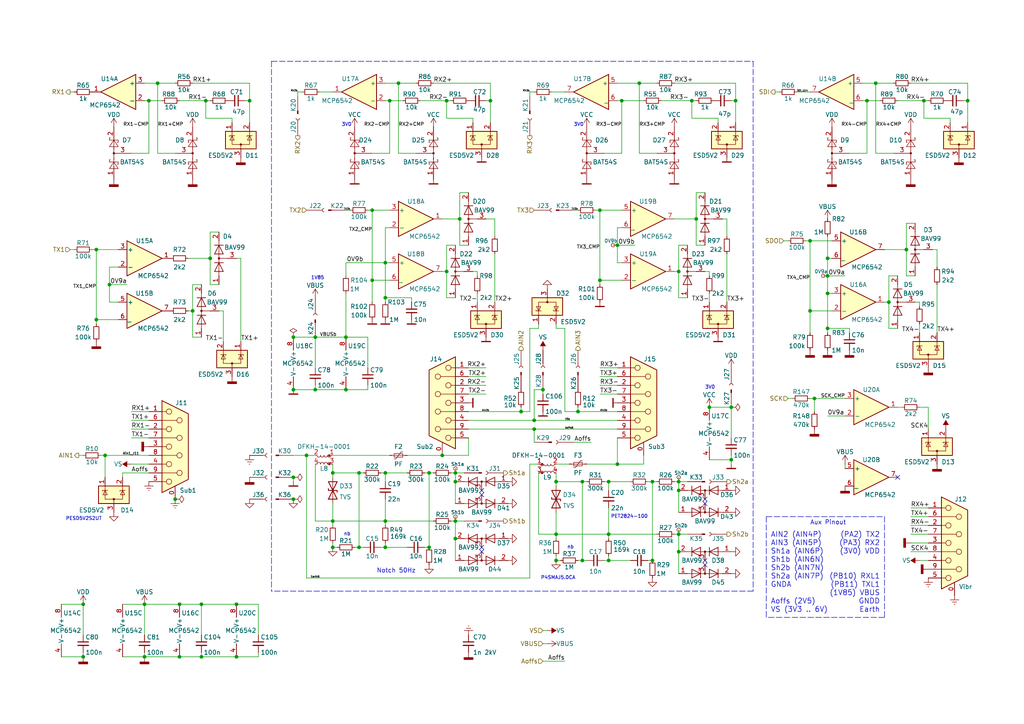
<source format=kicad_sch>
(kicad_sch (version 20211123) (generator eeschema)
  (paper "A4")
  (title_block (title "SOS Main") (date "2023-08-15") (rev "01.01") (comment 1 "CC BY 4.0"))
  (junction (at 104.14 137.16))
  (junction (at 31.75 82.55))
  (junction (at 96.52 151.13))
  (junction (at 212.09 133.35))
  (junction (at 234.95 69.85))
  (junction (at 115.57 24.13))
  (junction (at 157.48 113.03))
  (junction (at 132.08 139.7))
  (junction (at 280.67 29.21))
  (junction (at 196.85 139.7))
  (junction (at 129.54 29.21))
  (junction (at 55.88 90.17))
  (junction (at 124.46 137.16))
  (junction (at 30.48 132.08))
  (junction (at 107.95 60.96))
  (junction (at 154.94 121.92))
  (junction (at 161.29 154.94))
  (junction (at 41.91 190.5))
  (junction (at 173.99 81.28))
  (junction (at 132.08 151.13))
  (junction (at 176.53 139.7))
  (junction (at 161.29 139.7))
  (junction (at 58.42 175.26))
  (junction (at 167.64 119.38))
  (junction (at 24.13 175.26))
  (junction (at 52.07 175.26))
  (junction (at 196.85 78.74))
  (junction (at 180.34 29.21))
  (junction (at 234.95 90.17))
  (junction (at 176.53 154.94))
  (junction (at 27.94 72.39))
  (junction (at 189.23 139.7))
  (junction (at 176.53 162.56))
  (junction (at 240.03 95.25))
  (junction (at 50.8 144.78))
  (junction (at 45.72 24.13))
  (junction (at 85.09 113.03))
  (junction (at 240.03 80.01))
  (junction (at 111.76 151.13))
  (junction (at 236.22 115.57))
  (junction (at 189.23 162.56))
  (junction (at 96.52 158.75))
  (junction (at 52.07 190.5))
  (junction (at 240.03 74.93))
  (junction (at 196.85 154.94))
  (junction (at 142.24 29.21))
  (junction (at 240.03 85.09))
  (junction (at 43.18 29.21))
  (junction (at 91.44 113.03))
  (junction (at 133.35 63.5))
  (junction (at 212.09 118.11))
  (junction (at 168.91 139.7))
  (junction (at 213.36 29.21))
  (junction (at 60.96 74.93))
  (junction (at 196.85 142.24))
  (junction (at 254 24.13))
  (junction (at 68.58 175.26))
  (junction (at 200.66 29.21))
  (junction (at 91.44 97.79))
  (junction (at 161.29 162.56))
  (junction (at 88.9 132.08))
  (junction (at 111.76 137.16))
  (junction (at 179.07 134.62))
  (junction (at 262.89 72.39))
  (junction (at 85.09 97.79))
  (junction (at 179.07 71.12))
  (junction (at 100.33 113.03))
  (junction (at 59.69 29.21))
  (junction (at 129.54 78.74))
  (junction (at 267.97 29.21))
  (junction (at 251.46 29.21))
  (junction (at 68.58 190.5))
  (junction (at 205.74 118.11))
  (junction (at 113.03 29.21))
  (junction (at 124.46 158.75))
  (junction (at 85.09 144.78))
  (junction (at 100.33 97.79))
  (junction (at 132.08 156.21))
  (junction (at 201.93 63.5))
  (junction (at 24.13 190.5))
  (junction (at 111.76 76.2))
  (junction (at 151.13 119.38))
  (junction (at 196.85 160.02))
  (junction (at 128.27 132.08))
  (junction (at 185.42 24.13))
  (junction (at 72.39 29.21))
  (junction (at 257.81 87.63))
  (junction (at 104.14 158.75))
  (junction (at 173.99 60.96))
  (junction (at 111.76 86.36))
  (junction (at 132.08 137.16))
  (junction (at 27.94 92.71))
  (junction (at 168.91 162.56))
  (junction (at 107.95 81.28))
  (junction (at 58.42 190.5))
  (junction (at 85.09 138.43))
  (junction (at 96.52 137.16))
  (junction (at 154.94 124.46))
  (junction (at 111.76 158.75))
  (junction (at 41.91 175.26))
  (no_connect (at 139.7 142.24))
  (no_connect (at 204.47 162.56))
  (no_connect (at 139.7 158.75))
  (no_connect (at 139.7 160.02))
  (no_connect (at 260.35 138.43))
  (no_connect (at 204.47 146.05))
  (no_connect (at 139.7 143.51))
  (no_connect (at 204.47 163.83))
  (no_connect (at 204.47 144.78))
  (wire (pts (xy 163.83 95.25) (xy 163.83 119.38)))
  (wire (pts (xy 96.52 158.75) (xy 96.52 157.48)))
  (wire (pts (xy 137.16 34.29) (xy 129.54 34.29)))
  (wire (pts (xy 17.78 175.26) (xy 24.13 175.26)))
  (wire (pts (xy 31.75 77.47) (xy 34.29 77.47)))
  (wire (pts (xy 91.44 113.03) (xy 85.09 113.03)))
  (wire (pts (xy 233.68 69.85) (xy 234.95 69.85)))
  (wire (pts (xy 119.38 86.36) (xy 111.76 86.36)))
  (wire (pts (xy 38.1 124.46) (xy 43.18 124.46)))
  (wire (pts (xy 280.67 24.13) (xy 280.67 29.21)))
  (wire (pts (xy 153.67 26.67) (xy 154.94 26.67)))
  (wire (pts (xy 246.38 95.25) (xy 240.03 95.25)))
  (wire (pts (xy 67.31 34.29) (xy 67.31 35.56)))
  (wire (pts (xy 58.42 82.55) (xy 55.88 82.55)))
  (wire (pts (xy 132.08 156.21) (xy 132.08 162.56)))
  (wire (pts (xy 20.32 72.39) (xy 21.59 72.39)))
  (wire (pts (xy 111.76 158.75) (xy 118.11 158.75)))
  (wire (pts (xy 185.42 44.45) (xy 190.5 44.45)))
  (wire (pts (xy 262.89 72.39) (xy 262.89 64.77)))
  (wire (pts (xy 208.28 34.29) (xy 200.66 34.29)))
  (wire (pts (xy 179.07 29.21) (xy 180.34 29.21)))
  (polyline (pts (xy 222.25 149.86) (xy 222.25 179.07)))
  (wire (pts (xy 166.37 60.96) (xy 167.64 60.96)))
  (wire (pts (xy 59.69 29.21) (xy 59.69 34.29)))
  (wire (pts (xy 91.44 97.79) (xy 85.09 97.79)))
  (wire (pts (xy 30.48 132.08) (xy 43.18 132.08)))
  (wire (pts (xy 179.07 66.04) (xy 179.07 71.12)))
  (wire (pts (xy 128.27 78.74) (xy 129.54 78.74)))
  (wire (pts (xy 102.87 158.75) (xy 104.14 158.75)))
  (wire (pts (xy 246.38 44.45) (xy 251.46 44.45)))
  (wire (pts (xy 246.38 96.52) (xy 246.38 95.25)))
  (wire (pts (xy 29.21 132.08) (xy 30.48 132.08)))
  (wire (pts (xy 92.71 26.67) (xy 96.52 26.67)))
  (wire (pts (xy 156.21 93.98) (xy 156.21 95.25)))
  (wire (pts (xy 74.93 189.23) (xy 74.93 190.5)))
  (wire (pts (xy 41.91 175.26) (xy 35.56 175.26)))
  (wire (pts (xy 88.9 167.64) (xy 88.9 132.08)))
  (wire (pts (xy 86.36 26.67) (xy 86.36 27.94)))
  (wire (pts (xy 140.97 109.22) (xy 135.89 109.22)))
  (wire (pts (xy 43.18 29.21) (xy 46.99 29.21)))
  (wire (pts (xy 100.33 85.09) (xy 100.33 97.79)))
  (wire (pts (xy 140.97 114.3) (xy 135.89 114.3)))
  (wire (pts (xy 240.03 74.93) (xy 241.3 74.93)))
  (wire (pts (xy 173.99 81.28) (xy 173.99 82.55)))
  (wire (pts (xy 161.29 154.94) (xy 161.29 156.21)))
  (wire (pts (xy 199.39 139.7) (xy 196.85 139.7)))
  (wire (pts (xy 110.49 137.16) (xy 111.76 137.16)))
  (wire (pts (xy 173.99 114.3) (xy 179.07 114.3)))
  (wire (pts (xy 41.91 184.15) (xy 41.91 175.26)))
  (wire (pts (xy 17.78 190.5) (xy 24.13 190.5)))
  (wire (pts (xy 63.5 82.55) (xy 60.96 82.55)))
  (wire (pts (xy 228.6 115.57) (xy 229.87 115.57)))
  (wire (pts (xy 250.19 29.21) (xy 251.46 29.21)))
  (wire (pts (xy 187.96 162.56) (xy 189.23 162.56)))
  (wire (pts (xy 156.21 154.94) (xy 161.29 154.94)))
  (wire (pts (xy 205.74 133.35) (xy 212.09 133.35)))
  (polyline (pts (xy 256.54 179.07) (xy 222.25 179.07)))
  (wire (pts (xy 240.03 68.58) (xy 240.03 74.93)))
  (wire (pts (xy 175.26 162.56) (xy 176.53 162.56)))
  (wire (pts (xy 231.14 26.67) (xy 234.95 26.67)))
  (wire (pts (xy 264.16 147.32) (xy 269.24 147.32)))
  (wire (pts (xy 189.23 162.56) (xy 189.23 139.7)))
  (wire (pts (xy 45.72 44.45) (xy 50.8 44.45)))
  (wire (pts (xy 58.42 175.26) (xy 52.07 175.26)))
  (wire (pts (xy 135.89 124.46) (xy 154.94 124.46)))
  (wire (pts (xy 134.62 137.16) (xy 132.08 137.16)))
  (wire (pts (xy 96.52 134.62) (xy 96.52 137.16)))
  (wire (pts (xy 179.07 24.13) (xy 185.42 24.13)))
  (wire (pts (xy 154.94 113.03) (xy 154.94 121.92)))
  (wire (pts (xy 96.52 137.16) (xy 96.52 138.43)))
  (wire (pts (xy 195.58 24.13) (xy 213.36 24.13)))
  (wire (pts (xy 38.1 127) (xy 43.18 127)))
  (wire (pts (xy 96.52 151.13) (xy 96.52 146.05)))
  (wire (pts (xy 204.47 71.12) (xy 201.93 71.12)))
  (wire (pts (xy 104.14 137.16) (xy 105.41 137.16)))
  (wire (pts (xy 41.91 29.21) (xy 43.18 29.21)))
  (wire (pts (xy 213.36 29.21) (xy 213.36 35.56)))
  (wire (pts (xy 123.19 158.75) (xy 124.46 158.75)))
  (wire (pts (xy 269.24 118.11) (xy 269.24 124.46)))
  (wire (pts (xy 111.76 157.48) (xy 111.76 158.75)))
  (wire (pts (xy 173.99 81.28) (xy 180.34 81.28)))
  (wire (pts (xy 96.52 132.08) (xy 113.03 132.08)))
  (wire (pts (xy 271.78 72.39) (xy 271.78 77.47)))
  (wire (pts (xy 234.95 115.57) (xy 236.22 115.57)))
  (wire (pts (xy 74.93 190.5) (xy 68.58 190.5)))
  (wire (pts (xy 260.35 118.11) (xy 261.62 118.11)))
  (wire (pts (xy 179.07 71.12) (xy 179.07 76.2)))
  (wire (pts (xy 38.1 44.45) (xy 43.18 44.45)))
  (wire (pts (xy 265.43 80.01) (xy 262.89 80.01)))
  (wire (pts (xy 27.94 92.71) (xy 27.94 93.98)))
  (wire (pts (xy 43.18 29.21) (xy 43.18 44.45)))
  (wire (pts (xy 58.42 190.5) (xy 52.07 190.5)))
  (wire (pts (xy 135.89 121.92) (xy 154.94 121.92)))
  (wire (pts (xy 143.51 68.58) (xy 143.51 63.5)))
  (wire (pts (xy 45.72 24.13) (xy 45.72 44.45)))
  (wire (pts (xy 266.7 87.63) (xy 266.7 88.9)))
  (wire (pts (xy 115.57 44.45) (xy 120.65 44.45)))
  (wire (pts (xy 176.53 154.94) (xy 176.53 156.21)))
  (wire (pts (xy 161.29 140.97) (xy 161.29 139.7)))
  (wire (pts (xy 41.91 175.26) (xy 52.07 175.26)))
  (polyline (pts (xy 218.44 17.78) (xy 218.44 171.45)))
  (wire (pts (xy 85.09 132.08) (xy 88.9 132.08)))
  (wire (pts (xy 266.7 162.56) (xy 269.24 162.56)))
  (wire (pts (xy 111.76 139.7) (xy 111.76 137.16)))
  (wire (pts (xy 240.03 80.01) (xy 245.11 80.01)))
  (wire (pts (xy 157.48 186.69) (xy 158.75 186.69)))
  (wire (pts (xy 280.67 29.21) (xy 280.67 35.56)))
  (wire (pts (xy 107.95 60.96) (xy 107.95 81.28)))
  (wire (pts (xy 157.48 182.88) (xy 158.75 182.88)))
  (wire (pts (xy 171.45 128.27) (xy 166.37 128.27)))
  (wire (pts (xy 135.89 55.88) (xy 133.35 55.88)))
  (wire (pts (xy 107.95 44.45) (xy 113.03 44.45)))
  (wire (pts (xy 124.46 158.75) (xy 124.46 137.16)))
  (wire (pts (xy 199.39 154.94) (xy 196.85 154.94)))
  (wire (pts (xy 111.76 66.04) (xy 111.76 76.2)))
  (wire (pts (xy 34.29 72.39) (xy 27.94 72.39)))
  (wire (pts (xy 240.03 85.09) (xy 240.03 95.25)))
  (wire (pts (xy 41.91 190.5) (xy 35.56 190.5)))
  (wire (pts (xy 132.08 146.05) (xy 132.08 139.7)))
  (wire (pts (xy 85.09 139.7) (xy 85.09 138.43)))
  (wire (pts (xy 201.93 63.5) (xy 201.93 55.88)))
  (wire (pts (xy 196.85 71.12) (xy 196.85 78.74)))
  (wire (pts (xy 160.02 26.67) (xy 163.83 26.67)))
  (wire (pts (xy 132.08 135.89) (xy 132.08 137.16)))
  (wire (pts (xy 58.42 189.23) (xy 58.42 190.5)))
  (wire (pts (xy 280.67 29.21) (xy 279.4 29.21)))
  (wire (pts (xy 175.26 44.45) (xy 180.34 44.45)))
  (wire (pts (xy 142.24 35.56) (xy 142.24 29.21)))
  (wire (pts (xy 113.03 29.21) (xy 113.03 44.45)))
  (wire (pts (xy 143.51 73.66) (xy 143.51 87.63)))
  (wire (pts (xy 238.76 80.01) (xy 240.03 80.01)))
  (wire (pts (xy 254 24.13) (xy 254 44.45)))
  (wire (pts (xy 262.89 80.01) (xy 262.89 72.39)))
  (wire (pts (xy 74.93 175.26) (xy 68.58 175.26)))
  (wire (pts (xy 180.34 29.21) (xy 180.34 44.45)))
  (wire (pts (xy 138.43 78.74) (xy 137.16 78.74)))
  (wire (pts (xy 153.67 95.25) (xy 153.67 119.38)))
  (wire (pts (xy 196.85 86.36) (xy 196.85 78.74)))
  (wire (pts (xy 91.44 106.68) (xy 91.44 97.79)))
  (wire (pts (xy 173.99 111.76) (xy 179.07 111.76)))
  (wire (pts (xy 60.96 67.31) (xy 60.96 74.93)))
  (wire (pts (xy 113.03 60.96) (xy 107.95 60.96)))
  (wire (pts (xy 179.07 127) (xy 179.07 134.62)))
  (wire (pts (xy 128.27 63.5) (xy 133.35 63.5)))
  (wire (pts (xy 157.48 114.3) (xy 157.48 113.03)))
  (wire (pts (xy 264.16 149.86) (xy 269.24 149.86)))
  (wire (pts (xy 124.46 137.16) (xy 125.73 137.16)))
  (wire (pts (xy 196.85 142.24) (xy 196.85 148.59)))
  (wire (pts (xy 91.44 134.62) (xy 91.44 151.13)))
  (wire (pts (xy 20.32 26.67) (xy 21.59 26.67)))
  (wire (pts (xy 132.08 137.16) (xy 132.08 139.7)))
  (wire (pts (xy 157.48 113.03) (xy 154.94 113.03)))
  (wire (pts (xy 200.66 29.21) (xy 201.93 29.21)))
  (wire (pts (xy 240.03 120.65) (xy 245.11 120.65)))
  (wire (pts (xy 264.16 160.02) (xy 269.24 160.02)))
  (wire (pts (xy 110.49 158.75) (xy 111.76 158.75)))
  (wire (pts (xy 72.39 35.56) (xy 72.39 29.21)))
  (wire (pts (xy 157.48 191.77) (xy 163.83 191.77)))
  (polyline (pts (xy 218.44 171.45) (xy 78.74 171.45)))
  (wire (pts (xy 254 44.45) (xy 259.08 44.45)))
  (wire (pts (xy 208.28 35.56) (xy 208.28 34.29)))
  (wire (pts (xy 100.33 60.96) (xy 101.6 60.96)))
  (wire (pts (xy 134.62 151.13) (xy 132.08 151.13)))
  (wire (pts (xy 129.54 29.21) (xy 130.81 29.21)))
  (wire (pts (xy 185.42 24.13) (xy 190.5 24.13)))
  (wire (pts (xy 196.85 139.7) (xy 195.58 139.7)))
  (wire (pts (xy 106.68 60.96) (xy 107.95 60.96)))
  (wire (pts (xy 88.9 132.08) (xy 91.44 132.08)))
  (wire (pts (xy 191.77 29.21) (xy 200.66 29.21)))
  (wire (pts (xy 111.76 151.13) (xy 111.76 152.4)))
  (wire (pts (xy 168.91 139.7) (xy 170.18 139.7)))
  (wire (pts (xy 161.29 162.56) (xy 162.56 162.56)))
  (wire (pts (xy 153.67 167.64) (xy 88.9 167.64)))
  (wire (pts (xy 167.64 118.11) (xy 167.64 119.38)))
  (wire (pts (xy 168.91 162.56) (xy 167.64 162.56)))
  (wire (pts (xy 143.51 63.5) (xy 140.97 63.5)))
  (wire (pts (xy 111.76 76.2) (xy 113.03 76.2)))
  (wire (pts (xy 271.78 82.55) (xy 271.78 96.52)))
  (wire (pts (xy 179.07 76.2) (xy 180.34 76.2)))
  (wire (pts (xy 91.44 113.03) (xy 100.33 113.03)))
  (wire (pts (xy 111.76 137.16) (xy 118.11 137.16)))
  (wire (pts (xy 111.76 151.13) (xy 125.73 151.13)))
  (wire (pts (xy 135.89 132.08) (xy 128.27 132.08)))
  (wire (pts (xy 71.12 29.21) (xy 72.39 29.21)))
  (wire (pts (xy 161.29 134.62) (xy 165.1 134.62)))
  (wire (pts (xy 179.07 134.62) (xy 186.69 134.62)))
  (wire (pts (xy 135.89 127) (xy 135.89 132.08)))
  (wire (pts (xy 41.91 190.5) (xy 52.07 190.5)))
  (wire (pts (xy 35.56 137.16) (xy 35.56 138.43)))
  (wire (pts (xy 264.16 152.4) (xy 269.24 152.4)))
  (wire (pts (xy 52.07 29.21) (xy 59.69 29.21)))
  (wire (pts (xy 227.33 69.85) (xy 228.6 69.85)))
  (polyline (pts (xy 256.54 149.86) (xy 256.54 179.07)))
  (wire (pts (xy 104.14 158.75) (xy 104.14 137.16)))
  (wire (pts (xy 107.95 81.28) (xy 113.03 81.28)))
  (wire (pts (xy 135.89 71.12) (xy 133.35 71.12)))
  (wire (pts (xy 113.03 29.21) (xy 116.84 29.21)))
  (wire (pts (xy 250.19 24.13) (xy 254 24.13)))
  (wire (pts (xy 27.94 92.71) (xy 34.29 92.71)))
  (wire (pts (xy 161.29 139.7) (xy 168.91 139.7)))
  (wire (pts (xy 260.35 29.21) (xy 267.97 29.21)))
  (wire (pts (xy 59.69 34.29) (xy 67.31 34.29)))
  (wire (pts (xy 264.16 157.48) (xy 269.24 157.48)))
  (wire (pts (xy 96.52 151.13) (xy 96.52 152.4)))
  (wire (pts (xy 72.39 29.21) (xy 72.39 24.13)))
  (wire (pts (xy 140.97 111.76) (xy 135.89 111.76)))
  (wire (pts (xy 260.35 95.25) (xy 257.81 95.25)))
  (wire (pts (xy 58.42 184.15) (xy 58.42 175.26)))
  (wire (pts (xy 60.96 67.31) (xy 63.5 67.31)))
  (wire (pts (xy 176.53 154.94) (xy 190.5 154.94)))
  (wire (pts (xy 129.54 86.36) (xy 129.54 78.74)))
  (wire (pts (xy 133.35 55.88) (xy 133.35 63.5)))
  (wire (pts (xy 129.54 34.29) (xy 129.54 29.21)))
  (wire (pts (xy 135.89 119.38) (xy 151.13 119.38)))
  (wire (pts (xy 267.97 29.21) (xy 269.24 29.21)))
  (wire (pts (xy 74.93 184.15) (xy 74.93 175.26)))
  (wire (pts (xy 209.55 63.5) (xy 210.82 63.5)))
  (wire (pts (xy 106.68 97.79) (xy 100.33 97.79)))
  (wire (pts (xy 213.36 29.21) (xy 213.36 24.13)))
  (wire (pts (xy 125.73 24.13) (xy 142.24 24.13)))
  (wire (pts (xy 60.96 74.93) (xy 60.96 82.55)))
  (polyline (pts (xy 222.25 149.86) (xy 256.54 149.86)))
  (wire (pts (xy 196.85 154.94) (xy 196.85 160.02)))
  (wire (pts (xy 179.07 71.12) (xy 184.15 71.12)))
  (wire (pts (xy 24.13 189.23) (xy 24.13 190.5)))
  (wire (pts (xy 260.35 80.01) (xy 257.81 80.01)))
  (wire (pts (xy 170.18 162.56) (xy 168.91 162.56)))
  (wire (pts (xy 38.1 134.62) (xy 43.18 134.62)))
  (wire (pts (xy 107.95 81.28) (xy 107.95 87.63)))
  (wire (pts (xy 236.22 115.57) (xy 236.22 119.38)))
  (wire (pts (xy 177.8 71.12) (xy 179.07 71.12)))
  (wire (pts (xy 55.88 82.55) (xy 55.88 90.17)))
  (wire (pts (xy 201.93 55.88) (xy 204.47 55.88)))
  (wire (pts (xy 199.39 86.36) (xy 196.85 86.36)))
  (wire (pts (xy 151.13 119.38) (xy 151.13 118.11)))
  (wire (pts (xy 210.82 73.66) (xy 210.82 87.63)))
  (wire (pts (xy 121.92 29.21) (xy 129.54 29.21)))
  (wire (pts (xy 185.42 24.13) (xy 185.42 44.45)))
  (polyline (pts (xy 78.74 17.78) (xy 78.74 171.45)))
  (wire (pts (xy 264.16 154.94) (xy 269.24 154.94)))
  (wire (pts (xy 58.42 175.26) (xy 68.58 175.26)))
  (wire (pts (xy 156.21 137.16) (xy 156.21 154.94)))
  (wire (pts (xy 129.54 71.12) (xy 129.54 78.74)))
  (wire (pts (xy 38.1 119.38) (xy 43.18 119.38)))
  (wire (pts (xy 111.76 76.2) (xy 111.76 86.36)))
  (wire (pts (xy 119.38 87.63) (xy 119.38 86.36)))
  (wire (pts (xy 58.42 97.79) (xy 55.88 97.79)))
  (wire (pts (xy 212.09 134.62) (xy 212.09 133.35)))
  (wire (pts (xy 96.52 137.16) (xy 104.14 137.16)))
  (wire (pts (xy 154.94 124.46) (xy 179.07 124.46)))
  (wire (pts (xy 64.77 90.17) (xy 63.5 90.17)))
  (wire (pts (xy 111.76 66.04) (xy 113.03 66.04)))
  (wire (pts (xy 115.57 24.13) (xy 120.65 24.13)))
  (wire (pts (xy 58.42 190.5) (xy 68.58 190.5)))
  (wire (pts (xy 256.54 72.39) (xy 262.89 72.39)))
  (wire (pts (xy 173.99 106.68) (xy 179.07 106.68)))
  (wire (pts (xy 153.67 134.62) (xy 153.67 167.64)))
  (wire (pts (xy 224.79 26.67) (xy 226.06 26.67)))
  (wire (pts (xy 31.75 87.63) (xy 34.29 87.63)))
  (wire (pts (xy 251.46 29.21) (xy 251.46 44.45)))
  (wire (pts (xy 31.75 77.47) (xy 31.75 82.55)))
  (wire (pts (xy 245.11 134.62) (xy 245.11 135.89)))
  (wire (pts (xy 176.53 139.7) (xy 182.88 139.7)))
  (wire (pts (xy 234.95 90.17) (xy 234.95 96.52)))
  (wire (pts (xy 96.52 151.13) (xy 111.76 151.13)))
  (wire (pts (xy 100.33 80.01) (xy 100.33 76.2)))
  (wire (pts (xy 111.76 24.13) (xy 115.57 24.13)))
  (wire (pts (xy 199.39 71.12) (xy 196.85 71.12)))
  (wire (pts (xy 41.91 24.13) (xy 45.72 24.13)))
  (wire (pts (xy 161.29 154.94) (xy 176.53 154.94)))
  (wire (pts (xy 212.09 118.11) (xy 212.09 127)))
  (wire (pts (xy 172.72 60.96) (xy 173.99 60.96)))
  (wire (pts (xy 240.03 85.09) (xy 241.3 85.09)))
  (wire (pts (xy 240.03 80.01) (xy 240.03 85.09)))
  (wire (pts (xy 59.69 29.21) (xy 60.96 29.21)))
  (wire (pts (xy 200.66 34.29) (xy 200.66 29.21)))
  (wire (pts (xy 55.88 90.17) (xy 55.88 97.79)))
  (wire (pts (xy 275.59 34.29) (xy 267.97 34.29)))
  (wire (pts (xy 54.61 90.17) (xy 55.88 90.17)))
  (wire (pts (xy 132.08 151.13) (xy 130.81 151.13)))
  (wire (pts (xy 196.85 154.94) (xy 195.58 154.94)))
  (wire (pts (xy 35.56 137.16) (xy 43.18 137.16)))
  (wire (pts (xy 196.85 160.02) (xy 196.85 166.37)))
  (wire (pts (xy 41.91 189.23) (xy 41.91 190.5)))
  (wire (pts (xy 163.83 119.38) (xy 167.64 119.38)))
  (wire (pts (xy 54.61 74.93) (xy 60.96 74.93)))
  (wire (pts (xy 132.08 71.12) (xy 129.54 71.12)))
  (wire (pts (xy 111.76 86.36) (xy 111.76 87.63)))
  (wire (pts (xy 212.09 29.21) (xy 213.36 29.21)))
  (wire (pts (xy 180.34 60.96) (xy 173.99 60.96)))
  (wire (pts (xy 30.48 132.08) (xy 30.48 138.43)))
  (wire (pts (xy 132.08 137.16) (xy 130.81 137.16)))
  (wire (pts (xy 167.64 119.38) (xy 179.07 119.38)))
  (wire (pts (xy 266.7 118.11) (xy 269.24 118.11)))
  (wire (pts (xy 161.29 93.98) (xy 161.29 95.25)))
  (wire (pts (xy 256.54 87.63) (xy 257.81 87.63)))
  (wire (pts (xy 257.81 95.25) (xy 257.81 87.63)))
  (wire (pts (xy 133.35 71.12) (xy 133.35 63.5)))
  (wire (pts (xy 31.75 82.55) (xy 36.83 82.55)))
  (wire (pts (xy 265.43 87.63) (xy 266.7 87.63)))
  (wire (pts (xy 154.94 124.46) (xy 154.94 128.27)))
  (wire (pts (xy 118.11 132.08) (xy 128.27 132.08)))
  (wire (pts (xy 234.95 90.17) (xy 241.3 90.17)))
  (wire (pts (xy 275.59 35.56) (xy 275.59 34.29)))
  (wire (pts (xy 132.08 151.13) (xy 132.08 156.21)))
  (wire (pts (xy 132.08 86.36) (xy 129.54 86.36)))
  (wire (pts (xy 189.23 139.7) (xy 190.5 139.7)))
  (wire (pts (xy 262.89 64.77) (xy 265.43 64.77)))
  (wire (pts (xy 86.36 26.67) (xy 87.63 26.67)))
  (wire (pts (xy 251.46 29.21) (xy 255.27 29.21)))
  (wire (pts (xy 132.08 149.86) (xy 132.08 151.13)))
  (wire (pts (xy 27.94 72.39) (xy 27.94 92.71)))
  (wire (pts (xy 267.97 34.29) (xy 267.97 29.21)))
  (wire (pts (xy 245.11 115.57) (xy 236.22 115.57)))
  (wire (pts (xy 257.81 80.01) (xy 257.81 87.63)))
  (wire (pts (xy 91.44 111.76) (xy 91.44 113.03)))
  (wire (pts (xy 31.75 82.55) (xy 31.75 87.63)))
  (wire (pts (xy 137.16 35.56) (xy 137.16 34.29)))
  (wire (pts (xy 175.26 139.7) (xy 176.53 139.7)))
  (wire (pts (xy 138.43 85.09) (xy 138.43 87.63)))
  (wire (pts (xy 156.21 134.62) (xy 153.67 134.62)))
  (wire (pts (xy 153.67 26.67) (xy 153.67 27.94)))
  (wire (pts (xy 161.29 95.25) (xy 163.83 95.25)))
  (wire (pts (xy 140.97 106.68) (xy 135.89 106.68)))
  (wire (pts (xy 91.44 151.13) (xy 96.52 151.13)))
  (wire (pts (xy 204.47 78.74) (xy 205.74 78.74)))
  (wire (pts (xy 179.07 66.04) (xy 180.34 66.04)))
  (wire (pts (xy 38.1 121.92) (xy 43.18 121.92)))
  (wire (pts (xy 26.67 72.39) (xy 27.94 72.39)))
  (wire (pts (xy 240.03 95.25) (xy 240.03 96.52)))
  (wire (pts (xy 24.13 175.26) (xy 24.13 184.15)))
  (wire (pts (xy 270.51 72.39) (xy 271.78 72.39)))
  (wire (pts (xy 64.77 90.17) (xy 64.77 99.06)))
  (wire (pts (xy 186.69 132.08) (xy 186.69 134.62)))
  (wire (pts (xy 168.91 162.56) (xy 168.91 139.7)))
  (wire (pts (xy 195.58 78.74) (xy 196.85 78.74)))
  (wire (pts (xy 106.68 106.68) (xy 106.68 97.79)))
  (wire (pts (xy 97.79 158.75) (xy 96.52 158.75)))
  (polyline (pts (xy 78.74 17.78) (xy 218.44 17.78)))
  (wire (pts (xy 205.74 118.11) (xy 212.09 118.11)))
  (wire (pts (xy 196.85 153.67) (xy 196.85 154.94)))
  (wire (pts (xy 241.3 69.85) (xy 234.95 69.85)))
  (wire (pts (xy 176.53 162.56) (xy 182.88 162.56)))
  (wire (pts (xy 156.21 95.25) (xy 153.67 95.25)))
  (wire (pts (xy 173.99 60.96) (xy 173.99 81.28)))
  (wire (pts (xy 161.29 161.29) (xy 161.29 162.56)))
  (wire (pts (xy 173.99 109.22) (xy 179.07 109.22)))
  (wire (pts (xy 176.53 161.29) (xy 176.53 162.56)))
  (wire (pts (xy 176.53 154.94) (xy 176.53 147.32)))
  (wire (pts (xy 187.96 139.7) (xy 189.23 139.7)))
  (wire (pts (xy 196.85 138.43) (xy 196.85 139.7)))
  (wire (pts (xy 106.68 111.76) (xy 106.68 113.03)))
  (wire (pts (xy 170.18 134.62) (xy 179.07 134.62)))
  (wire (pts (xy 205.74 78.74) (xy 205.74 80.01)))
  (wire (pts (xy 55.88 24.13) (xy 72.39 24.13)))
  (wire (pts (xy 91.44 97.79) (xy 100.33 97.79)))
  (wire (pts (xy 196.85 139.7) (xy 196.85 142.24)))
  (wire (pts (xy 180.34 29.21) (xy 186.69 29.21)))
  (wire (pts (xy 106.68 113.03) (xy 100.33 113.03)))
  (wire (pts (xy 254 24.13) (xy 259.08 24.13)))
  (wire (pts (xy 140.97 29.21) (xy 142.24 29.21)))
  (wire (pts (xy 153.67 119.38) (xy 151.13 119.38)))
  (wire (pts (xy 111.76 29.21) (xy 113.03 29.21)))
  (wire (pts (xy 22.86 132.08) (xy 24.13 132.08)))
  (wire (pts (xy 69.85 74.93) (xy 69.85 99.06)))
  (wire (pts (xy 142.24 29.21) (xy 142.24 24.13)))
  (wire (pts (xy 240.03 74.93) (xy 240.03 80.01)))
  (wire (pts (xy 154.94 121.92) (xy 179.07 121.92)))
  (wire (pts (xy 100.33 76.2) (xy 111.76 76.2)))
  (wire (pts (xy 45.72 24.13) (xy 50.8 24.13)))
  (wire (pts (xy 234.95 69.85) (xy 234.95 90.17)))
  (wire (pts (xy 205.74 85.09) (xy 205.74 87.63)))
  (wire (pts (xy 68.58 74.93) (xy 69.85 74.93)))
  (wire (pts (xy 138.43 80.01) (xy 138.43 78.74)))
  (wire (pts (xy 115.57 24.13) (xy 115.57 44.45)))
  (wire (pts (xy 176.53 142.24) (xy 176.53 139.7)))
  (wire (pts (xy 161.29 137.16) (xy 161.29 139.7)))
  (wire (pts (xy 161.29 148.59) (xy 161.29 154.94)))
  (wire (pts (xy 195.58 63.5) (xy 201.93 63.5)))
  (wire (pts (xy 212.09 132.08) (xy 212.09 133.35)))
  (wire (pts (xy 111.76 144.78) (xy 111.76 151.13)))
  (wire (pts (xy 201.93 71.12) (xy 201.93 63.5)))
  (wire (pts (xy 123.19 137.16) (xy 124.46 137.16)))
  (wire (pts (xy 264.16 24.13) (xy 280.67 24.13)))
  (wire (pts (xy 266.7 93.98) (xy 266.7 96.52)))
  (wire (pts (xy 210.82 63.5) (xy 210.82 68.58)))
  (wire (pts (xy 105.41 158.75) (xy 104.14 158.75)))
  (text "PESD5V2S2UT" (at 19.05 151.13 0) (effects (font (size 1 1)) (justify left bottom)))
  (text "AIN2 (AIN4P)\nAIN3 (AIN5P)\nSh1a (AIN6P)\nSh1b (AIN6N)\nSh2b (AIN7N)\nSh2a (AIN7P)\nGNDA\n\nAoffs (2V5)\nVS (3V3 .. 6V)" (at 223.52 177.8 0) (effects (font (size 1.5 1.5)) (justify left bottom)))
  (text "3V0" (at 204.47 113.03 0) (effects (font (size 1 1)) (justify left bottom)))
  (text "Aux Pinout" (at 234.95 152.4 0) (effects (font (size 1.27 1.27)) (justify left bottom)))
  (text "Notch 50Hz" (at 109.22 166.37 0) (effects (font (size 1.27 1.27)) (justify left bottom)))
  (text "nb" (at 164.465 159.385 0) (effects (font (size 1 1)) (justify left bottom)))
  (text "3V0" (at 166.37 36.83 0) (effects (font (size 1 1)) (justify left bottom)))
  (text "P4SMAJ5.0CA" (at 156.845 168.275 0) (effects (font (size 1 1)) (justify left bottom)))
  (text "1V85" (at 90.17 81.28 0) (effects (font (size 1 1)) (justify left bottom)))
  (text "3V0" (at 99.06 36.83 0) (effects (font (size 1 1)) (justify left bottom)))
  (text "PET2824-100" (at 177.165 150.495 0) (effects (font (size 1 1)) (justify left bottom)))
  (text "nb" (at 99.695 155.575 0) (effects (font (size 1 1)) (justify left bottom)))
  (text "(PA2) TX2\n(PA3) RX2\n(3V0) VDD\n\n\n(PB10) RXL1\n(PB11) TXL1\n(1V85) VBUS\nGNDD\nEarth" (at 255.27 177.8 180) (effects (font (size 1.5 1.5)) (justify right bottom)))
  (label "Ain2b" (at 139.7 119.38 0) (effects (font (size 0.5 0.5))))
  (label "Aoffs" (at 38.1 137.16 0))
  (label "VBUSb" (at 92.71 97.79 0) (effects (font (size 1 1))))
  (label "Ain1_J11" (at 35.56 132.08 0) (effects (font (size 0.7 0.7))))
  (label "RX4-" (at 262.89 29.21 0))
  (label "RX4+" (at 264.16 147.32 0))
  (label "Aoffs" (at 163.83 191.77 180))
  (label "TX4-" (at 266.7 96.52 180))
  (label "RX4-CMP" (at 251.46 36.83 180) (effects (font (size 1 1))))
  (label "TX3-" (at 173.99 114.3 0))
  (label "RX1-CMP" (at 43.18 36.83 180) (effects (font (size 1 1))))
  (label "RX4+CMP" (at 254 36.83 0) (effects (font (size 1 1))))
  (label "TX4-" (at 264.16 154.94 0))
  (label "TX4+" (at 264.16 149.86 0))
  (label "RX3+CMP" (at 185.42 36.83 0) (effects (font (size 1 1))))
  (label "RX4-" (at 264.16 152.4 0))
  (label "TX4_CMP" (at 234.95 81.28 180) (effects (font (size 1 1))))
  (label "SCK4" (at 264.16 160.02 0))
  (label "0V9a" (at 245.11 80.01 180))
  (label "TX1+" (at 38.1 121.92 0))
  (label "TX1_CMP" (at 27.94 83.82 180) (effects (font (size 1 1))))
  (label "TX1+" (at 69.85 99.06 0))
  (label "RX3-" (at 194.31 29.21 0))
  (label "0V9b" (at 105.41 76.2 180))
  (label "RX1-" (at 38.1 124.46 0))
  (label "TX2_CMP" (at 107.95 67.31 180) (effects (font (size 1 1))))
  (label "TX1-" (at 64.77 99.06 180))
  (label "SCK_CMP" (at 245.11 115.57 180) (effects (font (size 1 1))))
  (label "TX3b" (at 167.64 60.96 180) (effects (font (size 0.5 0.5))))
  (label "RX2+CMP" (at 115.57 36.83 0) (effects (font (size 1 1))))
  (label "TX3+" (at 173.99 109.22 0))
  (label "TX3+" (at 210.82 87.63 0))
  (label "RX2-CMP" (at 113.03 36.83 180) (effects (font (size 1 1))))
  (label "RX3+" (at 173.99 106.68 0))
  (label "RX3-" (at 173.99 111.76 0))
  (label "RX3-CMP" (at 180.34 36.83 180) (effects (font (size 1 1))))
  (label "TX2+" (at 143.51 87.63 0))
  (label "Ain3b" (at 173.99 119.38 0) (effects (font (size 0.5 0.5))))
  (label "RX1+CMP" (at 45.72 36.83 0) (effects (font (size 1 1))))
  (label "TX2-" (at 138.43 87.63 180))
  (label "TX1-" (at 38.1 127 0))
  (label "TX2-" (at 140.97 114.3 180))
  (label "VSb" (at 163.83 121.92 0) (effects (font (size 0.5 0.5))))
  (label "AoffsB" (at 163.83 124.46 0) (effects (font (size 0.5 0.5))))
  (label "0V9a" (at 36.83 82.55 180))
  (label "RX4+" (at 264.16 24.13 0))
  (label "0V9b" (at 184.15 71.12 180))
  (label "Aoffs" (at 171.45 128.27 180))
  (label "SDI_U14" (at 231.14 26.67 0) (effects (font (size 0.5 0.5))))
  (label "TX3_CMP" (at 173.99 72.39 180) (effects (font (size 1 1))))
  (label "TX2+" (at 140.97 109.22 180))
  (label "RX1+" (at 38.1 119.38 0))
  (label "RX2b" (at 86.36 26.67 180) (effects (font (size 0.5 0.5))))
  (label "RX1+" (at 55.88 24.13 0))
  (label "0V9a" (at 240.03 120.65 0))
  (label "EarthB" (at 92.71 167.64 180) (effects (font (size 0.5 0.5))))
  (label "RX3+" (at 195.58 24.13 0))
  (label "RX2-" (at 140.97 111.76 180))
  (label "TX3-" (at 205.74 87.63 180))
  (label "TX4+" (at 271.78 96.52 0))
  (label "RX1-" (at 54.61 29.21 0))
  (label "RX2+" (at 125.73 24.13 0))
  (label "RX2-" (at 124.46 29.21 0))
  (label "SCK4" (at 269.24 124.46 180))
  (label "RX2+" (at 140.97 106.68 180))
  (label "RX3b" (at 153.67 26.67 180) (effects (font (size 0.5 0.5))))
  (label "TX2b" (at 101.6 60.96 180) (effects (font (size 0.5 0.5))))
  (hierarchical_label "Sh2a" (shape output) (at 210.82 139.7 0))
  (hierarchical_label "TX3" (shape input) (at 154.94 60.96 180))
  (hierarchical_label "TX1" (shape input) (at 20.32 72.39 180))
  (hierarchical_label "Sh1a" (shape output) (at 146.05 137.16 0))
  (hierarchical_label "Sh2b" (shape output) (at 210.82 154.94 0))
  (hierarchical_label "AIN2" (shape output) (at 151.13 101.6 90))
  (hierarchical_label "SDI" (shape output) (at 224.79 26.67 180))
  (hierarchical_label "TX2" (shape input) (at 88.9 60.96 180))
  (hierarchical_label "VBUS" (shape input) (at 157.48 186.69 180))
  (hierarchical_label "SCK" (shape input) (at 228.6 115.57 180))
  (hierarchical_label "Aoffs" (shape input) (at 157.48 191.77 180))
  (hierarchical_label "AIN1" (shape output) (at 22.86 132.08 180))
  (hierarchical_label "RX1" (shape output) (at 20.32 26.67 180))
  (hierarchical_label "SDO" (shape input) (at 227.33 69.85 180))
  (hierarchical_label "RX3" (shape output) (at 153.67 39.37 270))
  (hierarchical_label "AIN3" (shape output) (at 167.64 101.6 90))
  (hierarchical_label "RX2" (shape output) (at 86.36 39.37 270))
  (hierarchical_label "VS" (shape input) (at 157.48 182.88 180))
  (hierarchical_label "Sh1b" (shape output) (at 146.05 151.13 0))
  (symbol (lib_id "power:GND3") (at 147.32 156.21 90) (unit 1)
    (property "Reference" "#PWR025" (effects hide))
    (property "Value" "GND3" (effects hide))
  )
  (symbol (lib_id "power:GND1") (at 170.18 52.07 0) (unit 1)
    (property "Reference" "#PWR0180" (effects hide))
    (property "Value" "GND1" (effects hide))
  )
  (symbol (lib_id "Diode:BAT54S") (at 125.73 44.45 270) (mirror x) (unit 1)
    (property "Reference" "D25" (at 119.38 40.64 90) (effects (justify left)))
    (property "Value" "BAT54S" (at 116.84 46.99 90) (effects (justify left)))
    (property "Footprint" "Package_TO_SOT_SMD:SOT-23" (effects hide))
    (property "Datasheet" "https://www.diodes.com/assets/Datasheets/ds11005.pdf" (effects hide))
  )
  (symbol (lib_id "Device:R_Small") (at 107.95 137.16 270) (unit 1)
    (property "Reference" "R22" (at 107.95 135.255 90))
    (property "Value" "300k" (at 107.95 139.065 90))
    (property "Footprint" "Resistor_SMD:R_0805_2012Metric" (effects hide))
  )
  (symbol (lib_id "Device:Polyfuse_Small") (at 167.64 134.62 90) (unit 1)
    (property "Reference" "F3" (at 167.64 132.08 90))
    (property "Value" "PF" (at 167.64 137.16 90))
    (property "Footprint" "Fuse:Fuse_1210_3225Metric" (effects hide))
  )
  (symbol (lib_id "Device:R_Small") (at 189.23 29.21 90) (unit 1)
    (property "Reference" "R55" (at 188.595 27.305 90))
    (property "Value" "10k" (at 189.23 31.115 90))
    (property "Footprint" "Resistor_SMD:R_0603_1608Metric" (effects hide))
  )
  (symbol (lib_name "Conn_01x01_Female_8") (lib_id "Connector:Conn_01x01_Female") (at 151.13 106.68 270) (unit 1)
    (property "Reference" "J25" (at 149.86 104.14 0))
    (property "Value" "Conn_01x01_Female" (effects hide))
    (property "Footprint" "Join:PinSocket_1x01_P2.54mm_Vertical" (effects hide))
  )
  (symbol (lib_id "Device:C_Small") (at 120.65 158.75 90) (unit 1)
    (property "Reference" "C16" (at 120.65 156.21 90))
    (property "Value" "10n" (at 120.65 161.29 90))
    (property "Footprint" "Capacitor_SMD:C_1206_3216Metric" (effects hide))
  )
  (symbol (lib_id "Diode:BAV99") (at 58.42 90.17 90) (unit 1)
    (property "Reference" "D6" (at 62.865 85.09 90) (effects (justify left)))
    (property "Value" "BAV99" (at 66.04 87.63 90) (effects (justify left)))
    (property "Footprint" "Package_TO_SOT_SMD:SOT-23" (effects hide))
    (property "Datasheet" "https://assets.nexperia.com/documents/data-sheet/BAV99_SER.pdf" (effects hide))
  )
  (symbol (lib_id "power:GND3") (at 189.23 167.64 0) (unit 1)
    (property "Reference" "#PWR0207" (effects hide))
    (property "Value" "GND3" (effects hide))
  )
  (symbol (lib_id "Device:R_Small") (at 231.14 69.85 90) (unit 1)
    (property "Reference" "R75" (at 231.14 67.945 90))
    (property "Value" "100k" (at 231.14 71.755 90))
    (property "Footprint" "Resistor_SMD:R_0603_1608Metric" (effects hide))
  )
  (symbol (lib_id "power:GNDD") (at 27.94 99.06 0) (unit 1)
    (property "Reference" "#PWR0174" (effects hide))
    (property "Value" "GNDD" (effects hide))
  )
  (symbol (lib_name "Conn_01x01_Female_7") (lib_id "Connector:Conn_01x01_Female") (at 160.02 60.96 0) (mirror x) (unit 1)
    (property "Reference" "J23" (at 157.48 59.69 0))
    (property "Value" "Conn_01x01_Female" (effects hide))
    (property "Footprint" "Join:PinSocket_1x01_P2.54mm_Vertical" (effects hide))
  )
  (symbol (lib_name "Conn_01x01_Male_10") (lib_id "Connector:Conn_01x01_Male") (at 157.48 107.95 90) (mirror x) (unit 1)
    (property "Reference" "K28" (at 156.21 110.49 0))
    (property "Value" "Conn_01x01_Male" (effects hide))
    (property "Footprint" "Join:PinHeader_1x01_P2.54mm_Vertical" (effects hide))
  )
  (symbol (lib_id "power:GND1") (at 157.48 119.38 0) (unit 1)
    (property "Reference" "#PWR0195" (effects hide))
    (property "Value" "GND1" (effects hide))
  )
  (symbol (lib_id "power:GNDD") (at 269.24 106.68 0) (unit 1)
    (property "Reference" "#PWR0213" (effects hide))
    (property "Value" "GNDD" (effects hide))
  )
  (symbol (lib_id "power:GND3") (at 212.09 142.24 90) (unit 1)
    (property "Reference" "#PWR022" (effects hide))
    (property "Value" "GND3" (effects hide))
  )
  (symbol (lib_id "Connector:Conn_01x01_Male") (at 139.7 137.16 180) (unit 1)
    (property "Reference" "K31" (at 137.16 135.89 0))
    (property "Value" "Conn_01x01_Male" (effects hide))
    (property "Footprint" "Join:PinHeader_1x01_P2.54mm_Vertical" (effects hide))
  )
  (symbol (lib_id "Device:R_Small") (at 124.46 161.29 180) (unit 1)
    (property "Reference" "R28" (at 127.635 160.02 0))
    (property "Value" "1M" (at 127 162.56 0))
    (property "Footprint" "Resistor_SMD:R_0805_2012Metric" (effects hide))
  )
  (symbol (lib_id "power:GNDD") (at 33.02 52.07 0) (unit 1)
    (property "Reference" "#PWR0188" (effects hide))
    (property "Value" "GNDD" (effects hide))
  )
  (symbol (lib_id "power:GND3") (at 161.29 162.56 0) (unit 1)
    (property "Reference" "#PWR0189" (effects hide))
    (property "Value" "GND3" (effects hide))
  )
  (symbol (lib_id "Diode:BAV99") (at 135.89 63.5 90) (unit 1)
    (property "Reference" "D20" (at 140.97 58.42 90) (effects (justify left)))
    (property "Value" "BAV99" (at 143.51 60.96 90) (effects (justify left)))
    (property "Footprint" "Package_TO_SOT_SMD:SOT-23" (effects hide))
    (property "Datasheet" "https://assets.nexperia.com/documents/data-sheet/BAV99_SER.pdf" (effects hide))
  )
  (symbol (lib_name "Conn_01x01_Female_5") (lib_id "Connector:Conn_01x01_Female") (at 86.36 34.29 270) (mirror x) (unit 1)
    (property "Reference" "J20" (at 85.09 36.83 0))
    (property "Value" "Conn_01x01_Female" (effects hide))
    (property "Footprint" "Join:PinSocket_1x01_P2.54mm_Vertical" (effects hide))
  )
  (symbol (lib_name "Conn_01x01_Male_3") (lib_id "Connector:Conn_01x01_Male") (at 212.09 113.03 90) (mirror x) (unit 1)
    (property "Reference" "K27" (at 210.82 115.57 0))
    (property "Value" "Conn_01x01_Male" (effects hide))
    (property "Footprint" "Join:PinHeader_1x01_P2.54mm_Vertical" (effects hide))
  )
  (symbol (lib_id "Power_Protection:SP0502BAHT") (at 271.78 129.54 0) (unit 1)
    (property "Reference" "D13" (at 273.05 133.985 0) (effects (justify left)))
    (property "Value" "ESD5V2" (at 262.255 133.985 0) (effects (justify left)))
    (property "Footprint" "Package_TO_SOT_SMD:SOT-23" (effects hide))
    (property "Datasheet" "http://www.littelfuse.com/~/media/files/littelfuse/technical%20resources/documents/data%20sheets/sp05xxba.pdf" (effects hide))
  )
  (symbol (lib_id "Device:R_Small") (at 176.53 158.75 180) (unit 1)
    (property "Reference" "R50" (at 179.705 157.48 0))
    (property "Value" "169k" (at 180.34 159.385 0))
    (property "Footprint" "Resistor_SMD:R_0805_2012Metric" (effects hide))
  )
  (symbol (lib_id "Power_Protection:SP0502BAHT") (at 67.31 104.14 0) (mirror y) (unit 1)
    (property "Reference" "D16" (at 72.39 108.585 0) (effects (justify left)))
    (property "Value" "ESD5V2" (at 64.77 108.585 0) (effects (justify left)))
    (property "Footprint" "Package_TO_SOT_SMD:SOT-23" (effects hide))
    (property "Datasheet" "http://www.littelfuse.com/~/media/files/littelfuse/technical%20resources/documents/data%20sheets/sp05xxba.pdf" (effects hide))
  )
  (symbol (lib_id "Device:R_Small") (at 232.41 115.57 90) (unit 1)
    (property "Reference" "R147" (at 232.41 113.665 90))
    (property "Value" "470k" (at 232.41 117.475 90))
    (property "Footprint" "Resistor_SMD:R_0603_1608Metric" (effects hide))
  )
  (symbol (lib_id "power:VDD") (at 33.02 36.83 0) (unit 1)
    (property "Reference" "#PWR0140" (effects hide))
    (property "Value" "VDD" (at 33.02 33.2542 0))
  )
  (symbol (lib_id "Device:C_Small") (at 107.95 158.75 90) (unit 1)
    (property "Reference" "C15" (at 107.95 156.21 90))
    (property "Value" "10n" (at 107.95 161.29 90))
    (property "Footprint" "Capacitor_SMD:C_1206_3216Metric" (effects hide))
  )
  (symbol (lib_id "Diode:BAV99") (at 199.39 78.74 90) (unit 1)
    (property "Reference" "D23" (at 204.47 73.66 90) (effects (justify left)))
    (property "Value" "BAV99" (at 207.01 76.2 90) (effects (justify left)))
    (property "Footprint" "Package_TO_SOT_SMD:SOT-23" (effects hide))
    (property "Datasheet" "https://assets.nexperia.com/documents/data-sheet/BAV99_SER.pdf" (effects hide))
  )
  (symbol (lib_id "power:GNDD") (at 278.13 45.72 0) (unit 1)
    (property "Reference" "#PWR0220" (effects hide))
    (property "Value" "GNDD" (effects hide))
  )
  (symbol (lib_id "power:PWR_FLAG") (at 85.09 138.43 270) (unit 1)
    (property "Reference" "#FLG0116" (effects hide))
    (property "Value" "PWR_FLAG" (effects hide))
  )
  (symbol (lib_id "power:GND1") (at 212.09 134.62 0) (unit 1)
    (property "Reference" "#PWR0205" (effects hide))
    (property "Value" "GND1" (effects hide))
  )
  (symbol (lib_id "power:VBUS") (at 41.91 175.26 0) (unit 1)
    (property "Reference" "#PWR0110" (effects hide))
    (property "Value" "VBUS" (at 41.91 171.6842 0))
  )
  (symbol (lib_id "Device:R_Small") (at 128.27 151.13 270) (unit 1)
    (property "Reference" "R25" (at 128.27 149.225 90))
    (property "Value" "100k" (at 128.27 153.035 90))
    (property "Footprint" "Resistor_SMD:R_0805_2012Metric" (effects hide))
  )
  (symbol (lib_id "power:Earth") (at 269.24 167.64 0) (unit 1)
    (property "Reference" "#PWR0151" (effects hide))
    (property "Value" "Earth" (effects hide))
  )
  (symbol (lib_id "Diode:BAT54S") (at 33.02 44.45 90) (unit 1)
    (property "Reference" "D7" (at 38.1 40.64 90) (effects (justify left)))
    (property "Value" "BAT54S" (at 41.91 46.99 90) (effects (justify left)))
    (property "Footprint" "Package_TO_SOT_SMD:SOT-23" (effects hide))
    (property "Datasheet" "https://www.diodes.com/assets/Datasheets/ds11005.pdf" (effects hide))
  )
  (symbol (lib_name "Conn_01x01_Female_2") (lib_id "Connector:Conn_01x01_Female") (at 77.47 144.78 0) (mirror x) (unit 1)
    (property "Reference" "J36" (at 74.93 143.51 0))
    (property "Value" "Conn_01x01_Female" (effects hide))
    (property "Footprint" "Join:PinSocket_1x01_P2.54mm_Vertical" (effects hide))
  )
  (symbol (lib_id "power:GND3") (at 147.32 162.56 90) (unit 1)
    (property "Reference" "#PWR0310" (effects hide))
    (property "Value" "GND3" (effects hide))
  )
  (symbol (lib_id "Device:R_Small") (at 261.62 24.13 90) (unit 1)
    (property "Reference" "R80" (at 261.62 22.225 90))
    (property "Value" "10k" (at 261.62 26.035 90))
    (property "Footprint" "Resistor_SMD:R_0603_1608Metric" (effects hide))
  )
  (symbol (lib_id "Comparator:MCP6562") (at 102.87 105.41 0) (unit 3)
    (property "Reference" "U19" (at 103.505 100.33 0))
    (property "Value" "MCP6542" (at 101.6 105.41 0))
    (property "Footprint" "Package_SO:SOIC-8_3.9x4.9mm_P1.27mm" (effects hide))
    (property "Datasheet" "http://ww1.microchip.com/downloads/en/DeviceDoc/MCP6561-1R-1U-2-4-1.8V-Low-Power-Push-Pull-Output-Comparator-DS20002139E.pdf" (effects hide))
  )
  (symbol (lib_name "BAV99_6") (lib_id "Diode:BAV99") (at 204.47 160.02 0) (mirror y) (unit 1)
    (property "Reference" "D38" (at 208.28 162.56 0))
    (property "Value" "BAV99" (at 200.66 162.56 0))
    (property "Footprint" "Package_TO_SOT_SMD:SOT-23" (effects hide))
    (property "Datasheet" "https://assets.nexperia.com/documents/data-sheet/BAV99_SER.pdf" (effects hide))
    (property "Datasheet" "https://assets.nexperia.com/documents/data-sheet/BAV99_SER.pdf" (effects hide))
    (property "Reference" "D14" (effects hide))
    (property "Value" "BAV99" (effects hide))
  )
  (symbol (lib_id "power:GNDD") (at 241.3 52.07 0) (unit 1)
    (property "Reference" "#PWR0219" (effects hide))
    (property "Value" "GNDD" (effects hide))
  )
  (symbol (lib_name "BAV99_5") (lib_id "Diode:BAV99") (at 204.47 142.24 0) (mirror y) (unit 1)
    (property "Reference" "D36" (at 210.82 143.51 0))
    (property "Value" "BAV99" (at 200.66 144.78 0))
    (property "Footprint" "Package_TO_SOT_SMD:SOT-23" (effects hide))
    (property "Datasheet" "https://assets.nexperia.com/documents/data-sheet/BAV99_SER.pdf" (effects hide))
    (property "Datasheet" "https://assets.nexperia.com/documents/data-sheet/BAV99_SER.pdf" (effects hide))
    (property "Reference" "D14" (effects hide))
    (property "Value" "BAV99" (effects hide))
  )
  (symbol (lib_id "Diode:BAV99") (at 204.47 63.5 90) (unit 1)
    (property "Reference" "D21" (at 209.55 58.42 90) (effects (justify left)))
    (property "Value" "BAV99" (at 212.09 60.96 90) (effects (justify left)))
    (property "Footprint" "Package_TO_SOT_SMD:SOT-23" (effects hide))
    (property "Datasheet" "https://assets.nexperia.com/documents/data-sheet/BAV99_SER.pdf" (effects hide))
  )
  (symbol (lib_name "Conn_01x01_Female_3") (lib_id "Connector:Conn_01x01_Female") (at 91.44 91.44 90) (mirror x) (unit 1)
    (property "Reference" "J24" (at 90.17 88.265 0))
    (property "Value" "Conn_01x01_Female" (effects hide))
    (property "Footprint" "Join:PinSocket_1x01_P2.54mm_Vertical" (effects hide))
  )
  (symbol (lib_id "Diode:BAV99") (at 132.08 78.74 90) (unit 1)
    (property "Reference" "D22" (at 137.16 73.66 90) (effects (justify left)))
    (property "Value" "BAV99" (at 139.7 76.2 90) (effects (justify left)))
    (property "Footprint" "Package_TO_SOT_SMD:SOT-23" (effects hide))
    (property "Datasheet" "https://assets.nexperia.com/documents/data-sheet/BAV99_SER.pdf" (effects hide))
    (property "Reference" "D14" (effects hide))
    (property "Value" "BAV99" (effects hide))
  )
  (symbol (lib_id "Device:R_Small") (at 264.16 118.11 270) (unit 1)
    (property "Reference" "R74" (at 264.16 116.205 90))
    (property "Value" "2k2" (at 264.16 120.015 90))
    (property "Footprint" "Resistor_SMD:R_0603_1608Metric" (effects hide))
  )
  (symbol (lib_name "Conn_01x01_Female_9") (lib_id "Connector:Conn_01x01_Female") (at 167.64 106.68 90) (mirror x) (unit 1)
    (property "Reference" "J26" (at 166.37 104.14 0))
    (property "Value" "Conn_01x01_Female" (effects hide))
    (property "Footprint" "Join:PinSocket_1x01_P2.54mm_Vertical" (effects hide))
  )
  (symbol (lib_name "Conn_01x01_Female_12") (lib_id "Connector:Conn_01x01_Female") (at 205.74 139.7 180) (unit 1)
    (property "Reference" "J33" (at 208.28 138.43 0))
    (property "Value" "Conn_01x01_Female" (effects hide))
    (property "Footprint" "Join:PinSocket_1x01_P2.54mm_Vertical" (effects hide))
  )
  (symbol (lib_id "Device:R_Small") (at 257.81 29.21 90) (unit 1)
    (property "Reference" "R89" (at 257.175 27.305 90))
    (property "Value" "10k" (at 257.81 31.115 90))
    (property "Footprint" "Resistor_SMD:R_0603_1608Metric" (effects hide))
  )
  (symbol (lib_id "power:PWR_FLAG") (at 212.09 118.11 270) (unit 1)
    (property "Reference" "#FLG0115" (effects hide))
    (property "Value" "PWR_FLAG" (effects hide))
  )
  (symbol (lib_id "power:GNDD") (at 72.39 138.43 0) (unit 1)
    (property "Reference" "#PWR0179" (effects hide))
    (property "Value" "GNDD" (effects hide))
  )
  (symbol (lib_id "Device:R_Small") (at 204.47 29.21 90) (unit 1) (in_bom no)
    (property "Reference" "R93" (at 203.2 27.305 90))
    (property "Value" "1k" (at 204.47 31.115 90))
    (property "Footprint" "Resistor_SMD:R_0603_1608Metric" (effects hide))
  )
  (symbol (lib_id "Device:R_Small") (at 123.19 24.13 90) (unit 1)
    (property "Reference" "R86" (at 123.19 22.225 90))
    (property "Value" "10k" (at 123.19 26.035 90))
    (property "Footprint" "Resistor_SMD:R_0603_1608Metric" (effects hide))
  )
  (symbol (lib_id "power:GND1") (at 195.58 52.07 0) (unit 1)
    (property "Reference" "#PWR0178" (effects hide))
    (property "Value" "GND1" (effects hide))
  )
  (symbol (lib_id "Power_Protection:SP0502BAHT") (at 140.97 92.71 0) (unit 1)
    (property "Reference" "D30" (at 142.24 97.155 0) (effects (justify left)))
    (property "Value" "ESD5V2" (at 131.445 97.155 0) (effects (justify left)))
    (property "Footprint" "Package_TO_SOT_SMD:SOT-23" (effects hide))
    (property "Datasheet" "http://www.littelfuse.com/~/media/files/littelfuse/technical%20resources/documents/data%20sheets/sp05xxba.pdf" (effects hide))
  )
  (symbol (lib_name "Conn_01x01_Male_3") (lib_id "Connector:Conn_01x01_Male") (at 91.44 92.71 90) (mirror x) (unit 1)
    (property "Reference" "K24" (at 90.17 95.25 0))
    (property "Value" "Conn_01x01_Male" (effects hide))
    (property "Footprint" "Join:PinHeader_1x01_P2.54mm_Vertical" (effects hide))
  )
  (symbol (lib_id "power:GNDD") (at 43.18 129.54 270) (unit 1)
    (property "Reference" "#PWR0177" (effects hide))
    (property "Value" "GNDD" (effects hide))
  )
  (symbol (lib_id "power:Earth") (at 43.18 139.7 0) (unit 1)
    (property "Reference" "#PWR0262" (effects hide))
    (property "Value" "Earth" (effects hide))
  )
  (symbol (lib_id "Diode:BAV99") (at 265.43 72.39 90) (unit 1)
    (property "Reference" "D3" (at 270.51 66.675 90) (effects (justify left)))
    (property "Value" "BAV99" (at 273.05 69.215 90) (effects (justify left)))
    (property "Footprint" "Package_TO_SOT_SMD:SOT-23" (effects hide))
    (property "Datasheet" "https://assets.nexperia.com/documents/data-sheet/BAV99_SER.pdf" (effects hide))
  )
  (symbol (lib_id "Device:Polyfuse_Small") (at 115.57 132.08 90) (unit 1)
    (property "Reference" "F2" (at 115.57 129.54 90))
    (property "Value" "PF" (at 115.57 134.62 90))
    (property "Footprint" "Fuse:Fuse_1210_3225Metric" (effects hide))
  )
  (symbol (lib_id "power:VCC") (at 125.73 36.83 0) (unit 1)
    (property "Reference" "#PWR0211" (effects hide))
    (property "Value" "VCC" (at 125.73 33.2542 0))
  )
  (symbol (lib_id "power:GND1") (at 179.07 116.84 270) (unit 1)
    (property "Reference" "#PWR0194" (effects hide))
    (property "Value" "GND1" (effects hide))
  )
  (symbol (lib_id "Device:R_Small") (at 119.38 29.21 90) (unit 1)
    (property "Reference" "R90" (at 118.745 27.305 90))
    (property "Value" "10k" (at 119.38 31.115 90))
    (property "Footprint" "Resistor_SMD:R_0603_1608Metric" (effects hide))
  )
  (symbol (lib_id "Comparator:MCP6562") (at 120.65 78.74 0) (unit 2)
    (property "Reference" "U18" (at 120.65 73.66 0))
    (property "Value" "MCP6542" (at 123.19 83.82 0))
    (property "Footprint" "Package_SO:SOIC-8_3.9x4.9mm_P1.27mm" (effects hide))
    (property "Datasheet" "http://ww1.microchip.com/downloads/en/DeviceDoc/MCP6561-1R-1U-2-4-1.8V-Low-Power-Push-Pull-Output-Comparator-DS20002139E.pdf" (effects hide))
  )
  (symbol (lib_name "Conn_01x01_Female_12") (lib_id "Connector:Conn_01x01_Female") (at 205.74 154.94 180) (unit 1)
    (property "Reference" "J35" (at 208.28 156.21 0))
    (property "Value" "Conn_01x01_Female" (effects hide))
    (property "Footprint" "Join:PinSocket_1x01_P2.54mm_Vertical" (effects hide))
  )
  (symbol (lib_id "Comparator:MCP6562") (at 187.96 78.74 0) (unit 1)
    (property "Reference" "U19" (at 187.96 73.66 0))
    (property "Value" "MCP6542" (at 190.5 83.82 0))
    (property "Footprint" "Package_SO:SOIC-8_3.9x4.9mm_P1.27mm" (effects hide))
    (property "Datasheet" "http://ww1.microchip.com/downloads/en/DeviceDoc/MCP6561-1R-1U-2-4-1.8V-Low-Power-Push-Pull-Output-Comparator-DS20002139E.pdf" (effects hide))
  )
  (symbol (lib_id "Device:R_Small") (at 53.34 24.13 90) (unit 1)
    (property "Reference" "R56" (at 53.34 22.225 90))
    (property "Value" "10k" (at 53.34 26.035 90))
    (property "Footprint" "Resistor_SMD:R_0603_1608Metric" (effects hide))
  )
  (symbol (lib_name "BAV99_4") (lib_id "Diode:BAV99") (at 139.7 162.56 0) (mirror x) (unit 1)
    (property "Reference" "D44" (at 143.51 165.1 0))
    (property "Value" "BAV99" (at 135.89 165.1 0))
    (property "Footprint" "Package_TO_SOT_SMD:SOT-23" (effects hide))
    (property "Datasheet" "https://assets.nexperia.com/documents/data-sheet/BAV99_SER.pdf" (effects hide))
    (property "Datasheet" "https://assets.nexperia.com/documents/data-sheet/BAV99_SER.pdf" (effects hide))
    (property "Reference" "D14" (effects hide))
    (property "Value" "BAV99" (effects hide))
  )
  (symbol (lib_id "Comparator:MCP6562") (at 252.73 138.43 0) (unit 2)
    (property "Reference" "U20" (at 252.73 133.35 0))
    (property "Value" "MCP6542" (at 255.27 143.51 0))
    (property "Footprint" "Package_SO:SOIC-8_3.9x4.9mm_P1.27mm" (effects hide))
    (property "Datasheet" "http://ww1.microchip.com/downloads/en/DeviceDoc/MCP6561-1R-1U-2-4-1.8V-Low-Power-Push-Pull-Output-Comparator-DS20002139E.pdf" (effects hide))
  )
  (symbol (lib_id "Comparator:MCP6562") (at 34.29 26.67 0) (mirror y) (unit 1)
    (property "Reference" "U14" (at 31.75 22.86 0))
    (property "Value" "MCP6542" (at 30.48 30.48 0))
    (property "Footprint" "Package_SO:SOIC-8_3.9x4.9mm_P1.27mm" (effects hide))
    (property "Datasheet" "http://ww1.microchip.com/downloads/en/DeviceDoc/MCP6561-1R-1U-2-4-1.8V-Low-Power-Push-Pull-Output-Comparator-DS20002139E.pdf" (effects hide))
  )
  (symbol (lib_id "Device:C_Small") (at 176.53 144.78 0) (unit 1)
    (property "Reference" "C20" (at 177.165 142.875 0) (effects (justify left)))
    (property "Value" "22n" (at 177.165 147.32 0) (effects (justify left)))
    (property "Footprint" "Capacitor_SMD:C_1206_3216Metric" (effects hide))
  )
  (symbol (lib_id "Comparator:MCP6562") (at 104.14 26.67 0) (mirror y) (unit 1)
    (property "Reference" "U17" (at 101.6 22.86 0))
    (property "Value" "MCP6542" (at 97.79 29.21 0))
    (property "Footprint" "Package_SO:SOIC-8_3.9x4.9mm_P1.27mm" (effects hide))
    (property "Datasheet" "http://ww1.microchip.com/downloads/en/DeviceDoc/MCP6561-1R-1U-2-4-1.8V-Low-Power-Push-Pull-Output-Comparator-DS20002139E.pdf" (effects hide))
  )
  (symbol (lib_id "Device:C_Small") (at 212.09 129.54 0) (unit 1)
    (property "Reference" "C77" (at 212.725 127.635 0) (effects (justify left)))
    (property "Value" "100n" (at 212.725 132.08 0) (effects (justify left)))
    (property "Footprint" "Capacitor_SMD:C_0603_1608Metric" (effects hide))
  )
  (symbol (lib_id "Device:R_Small") (at 193.04 154.94 270) (unit 1)
    (property "Reference" "R27" (at 193.04 153.035 90))
    (property "Value" "100k" (at 193.04 156.845 90))
    (property "Footprint" "Resistor_SMD:R_0805_2012Metric" (effects hide))
  )
  (symbol (lib_id "Device:C_Small") (at 91.44 109.22 0) (unit 1)
    (property "Reference" "C78" (at 92.075 107.315 0) (effects (justify left)))
    (property "Value" "100n" (at 92.075 111.76 0) (effects (justify left)))
    (property "Footprint" "Capacitor_SMD:C_0603_1608Metric" (effects hide))
  )
  (symbol (lib_id "Device:R_Small") (at 100.33 158.75 270) (unit 1) (in_bom no)
    (property "Reference" "R21" (at 100.33 156.845 90))
    (property "Value" "1M" (at 100.33 160.655 90))
    (property "Footprint" "Resistor_SMD:R_0805_2012Metric" (effects hide))
  )
  (symbol (lib_id "Device:R_Small") (at 234.95 99.06 180) (unit 1)
    (property "Reference" "R79" (at 231.775 97.79 0))
    (property "Value" "100k" (at 231.14 100.33 0))
    (property "Footprint" "Resistor_SMD:R_0603_1608Metric" (effects hide))
  )
  (symbol (lib_id "Device:R_Small") (at 266.7 91.44 180) (unit 1)
    (property "Reference" "R95" (at 269.24 88.265 0))
    (property "Value" "2k2" (at 269.24 94.615 0))
    (property "Footprint" "Resistor_SMD:R_0603_1608Metric" (effects hide))
  )
  (symbol (lib_id "Device:R_Small") (at 205.74 82.55 180) (unit 1)
    (property "Reference" "R99" (at 208.28 80.01 0))
    (property "Value" "2k2" (at 208.28 85.09 0))
    (property "Footprint" "Resistor_SMD:R_0603_1608Metric" (effects hide))
  )
  (symbol (lib_id "Connector:Conn_01x01_Male") (at 139.7 151.13 180) (unit 1)
    (property "Reference" "K34" (at 137.16 152.4 0))
    (property "Value" "Conn_01x01_Male" (effects hide))
    (property "Footprint" "Join:PinHeader_1x01_P2.54mm_Vertical" (effects hide))
  )
  (symbol (lib_name "Conn_01x01_Male_11") (lib_id "Connector:Conn_01x01_Male") (at 160.02 128.27 180) (unit 1)
    (property "Reference" "K29" (at 157.48 127 0))
    (property "Value" "Conn_01x01_Male" (effects hide))
    (property "Footprint" "Join:PinHeader_1x01_P2.54mm_Vertical" (effects hide))
  )
  (symbol (lib_id "power:VBUS") (at 240.03 63.5 0) (unit 1)
    (property "Reference" "#PWR0130" (effects hide))
    (property "Value" "VBUS" (at 240.03 59.9242 0))
  )
  (symbol (lib_id "power:VDD") (at 241.3 36.83 0) (unit 1)
    (property "Reference" "#PWR0208" (effects hide))
    (property "Value" "VDD" (at 241.3 33.2542 0))
  )
  (symbol (lib_id "Diode:BAV99") (at 260.35 87.63 90) (unit 1)
    (property "Reference" "D5" (at 264.795 82.55 90) (effects (justify left)))
    (property "Value" "BAV99" (at 267.97 85.09 90) (effects (justify left)))
    (property "Footprint" "Package_TO_SOT_SMD:SOT-23" (effects hide))
    (property "Datasheet" "https://assets.nexperia.com/documents/data-sheet/BAV99_SER.pdf" (effects hide))
  )
  (symbol (lib_id "Comparator:MCP6562") (at 41.91 74.93 0) (unit 1)
    (property "Reference" "U15" (at 41.91 69.85 0))
    (property "Value" "MCP6542" (at 44.45 80.01 0))
    (property "Footprint" "Package_SO:SOIC-8_3.9x4.9mm_P1.27mm" (effects hide))
    (property "Datasheet" "http://ww1.microchip.com/downloads/en/DeviceDoc/MCP6561-1R-1U-2-4-1.8V-Low-Power-Push-Pull-Output-Comparator-DS20002139E.pdf" (effects hide))
  )
  (symbol (lib_id "power:VBUS") (at 158.75 186.69 270) (unit 1)
    (property "Reference" "#PWR0117" (effects hide))
    (property "Value" "VBUS" (at 161.29 186.69 90) (effects (justify left)))
  )
  (symbol (lib_name "Conn_01x01_Female_4") (lib_id "Connector:Conn_01x01_Female") (at 93.98 60.96 0) (mirror x) (unit 1)
    (property "Reference" "J22" (at 91.44 59.69 0))
    (property "Value" "Conn_01x01_Female" (effects hide))
    (property "Footprint" "Join:PinSocket_1x01_P2.54mm_Vertical" (effects hide))
  )
  (symbol (lib_name "Conn_01x01_Male_12") (lib_id "Connector:Conn_01x01_Male") (at 204.47 139.7 180) (unit 1)
    (property "Reference" "K33" (at 201.93 138.43 0))
    (property "Value" "Conn_01x01_Male" (effects hide))
    (property "Footprint" "Join:PinHeader_1x01_P2.54mm_Vertical" (effects hide))
  )
  (symbol (lib_name "Conn_01x01_Female_11") (lib_id "Connector:Conn_01x01_Female") (at 161.29 128.27 180) (unit 1)
    (property "Reference" "J29" (at 163.83 127 0))
    (property "Value" "Conn_01x01_Female" (effects hide))
    (property "Footprint" "Join:PinSocket_1x01_P2.54mm_Vertical" (effects hide))
  )
  (symbol (lib_name "BAV99_1") (lib_id "Diode:BAV99") (at 139.7 139.7 0) (mirror y) (unit 1)
    (property "Reference" "D35" (at 146.05 140.97 0))
    (property "Value" "BAV99" (at 135.89 142.24 0))
    (property "Footprint" "Package_TO_SOT_SMD:SOT-23" (effects hide))
    (property "Datasheet" "https://assets.nexperia.com/documents/data-sheet/BAV99_SER.pdf" (effects hide))
    (property "Datasheet" "https://assets.nexperia.com/documents/data-sheet/BAV99_SER.pdf" (effects hide))
    (property "Reference" "D14" (effects hide))
    (property "Value" "BAV99" (effects hide))
  )
  (symbol (lib_id "power:GNDD") (at 135.89 189.23 0) (unit 1)
    (property "Reference" "#PWR0204" (effects hide))
    (property "Value" "GNDD" (effects hide))
  )
  (symbol (lib_id "Device:R_Small") (at 193.04 24.13 90) (unit 1)
    (property "Reference" "R87" (at 193.04 22.225 90))
    (property "Value" "10k" (at 193.04 26.035 90))
    (property "Footprint" "Resistor_SMD:R_0603_1608Metric" (effects hide))
  )
  (symbol (lib_id "Comparator:MCP6562") (at 252.73 118.11 0) (unit 1)
    (property "Reference" "U20" (at 252.73 113.03 0))
    (property "Value" "MCP6542" (at 255.27 123.19 0))
    (property "Footprint" "Package_SO:SOIC-8_3.9x4.9mm_P1.27mm" (effects hide))
    (property "Datasheet" "http://ww1.microchip.com/downloads/en/DeviceDoc/MCP6561-1R-1U-2-4-1.8V-Low-Power-Push-Pull-Output-Comparator-DS20002139E.pdf" (effects hide))
  )
  (symbol (lib_name "Conn_01x01_Female_6") (lib_id "Connector:Conn_01x01_Female") (at 153.67 34.29 270) (mirror x) (unit 1)
    (property "Reference" "J21" (at 152.4 36.83 0))
    (property "Value" "Conn_01x01_Female" (effects hide))
    (property "Footprint" "Join:PinSocket_1x01_P2.54mm_Vertical" (effects hide))
  )
  (symbol (lib_id "power:GND1") (at 85.09 113.03 0) (unit 1)
    (property "Reference" "#PWR0184" (effects hide))
    (property "Value" "GND1" (effects hide))
  )
  (symbol (lib_id "power:VS") (at 274.32 124.46 0) (unit 1)
    (property "Reference" "#PWR0142" (effects hide))
    (property "Value" "VS" (at 273.05 120.65 0) (effects (justify left)))
  )
  (symbol (lib_id "Device:R_Small") (at 193.04 139.7 270) (unit 1)
    (property "Reference" "R26" (at 193.04 137.795 90))
    (property "Value" "100k" (at 193.04 141.605 90))
    (property "Footprint" "Resistor_SMD:R_0805_2012Metric" (effects hide))
  )
  (symbol (lib_id "Device:C_Small") (at 24.13 186.69 0) (unit 1)
    (property "Reference" "C80" (at 24.765 184.785 0) (effects (justify left)))
    (property "Value" "100n" (at 24.765 189.23 0) (effects (justify left)))
    (property "Footprint" "Capacitor_SMD:C_0603_1608Metric" (effects hide))
  )
  (symbol (lib_name "BAV99_8") (lib_id "Diode:BAV99") (at 204.47 166.37 0) (mirror x) (unit 1)
    (property "Reference" "D45" (at 208.28 168.91 0))
    (property "Value" "BAV99" (at 200.66 168.91 0))
    (property "Footprint" "Package_TO_SOT_SMD:SOT-23" (effects hide))
    (property "Datasheet" "https://assets.nexperia.com/documents/data-sheet/BAV99_SER.pdf" (effects hide))
    (property "Datasheet" "https://assets.nexperia.com/documents/data-sheet/BAV99_SER.pdf" (effects hide))
    (property "Reference" "D14" (effects hide))
    (property "Value" "BAV99" (effects hide))
  )
  (symbol (lib_id "Device:L_Coupled_Small") (at 93.98 133.35 0) (mirror y) (unit 1)
    (property "Reference" "L8" (at 93.98 135.89 0))
    (property "Value" "DFKH-14-0001" (at 93.98 129.54 0))
    (property "Footprint" "Join:L_CommonMode_Toroid_Vertical_DFKH_15x10.5mm_Schurter" (effects hide))
  )
  (symbol (lib_id "Device:R_Small") (at 167.64 115.57 180) (unit 1)
    (property "Reference" "R12" (at 170.815 115.57 0))
    (property "Value" "10k" (at 170.815 117.475 0))
    (property "Footprint" "Resistor_SMD:R_0805_2012Metric" (effects hide))
  )
  (symbol (lib_id "Device:R_Small") (at 26.67 132.08 90) (unit 1)
    (property "Reference" "R10" (at 26.67 130.175 90))
    (property "Value" "10k" (at 26.67 133.985 90))
    (property "Footprint" "Resistor_SMD:R_0805_2012Metric" (effects hide))
  )
  (symbol (lib_name "Conn_01x01_Male_2") (lib_id "Connector:Conn_01x01_Male") (at 80.01 144.78 0) (mirror x) (unit 1)
    (property "Reference" "K36" (at 82.55 143.51 0))
    (property "Value" "Conn_01x01_Male" (effects hide))
    (property "Footprint" "Join:PinHeader_1x01_P2.54mm_Vertical" (effects hide))
  )
  (symbol (lib_name "BAV99_2") (lib_id "Diode:BAV99") (at 139.7 146.05 0) (mirror x) (unit 1)
    (property "Reference" "D41" (at 146.05 147.32 0))
    (property "Value" "BAV99" (at 139.7 148.59 0))
    (property "Footprint" "Package_TO_SOT_SMD:SOT-23" (effects hide))
    (property "Datasheet" "https://assets.nexperia.com/documents/data-sheet/BAV99_SER.pdf" (effects hide))
    (property "Datasheet" "https://assets.nexperia.com/documents/data-sheet/BAV99_SER.pdf" (effects hide))
    (property "Reference" "D14" (effects hide))
    (property "Value" "BAV99" (effects hide))
  )
  (symbol (lib_id "power:VBUS") (at 245.11 134.62 0) (unit 1)
    (property "Reference" "#PWR0121" (effects hide))
    (property "Value" "VBUS" (at 245.11 131.0442 0))
  )
  (symbol (lib_id "Device:R_Small") (at 271.78 80.01 180) (unit 1)
    (property "Reference" "R94" (at 274.955 78.74 0))
    (property "Value" "2k2" (at 274.955 81.28 0))
    (property "Footprint" "Resistor_SMD:R_0603_1608Metric" (effects hide))
  )
  (symbol (lib_id "Connector:Conn_01x01_Female") (at 140.97 151.13 180) (unit 1)
    (property "Reference" "J34" (at 143.51 152.4 0))
    (property "Value" "Conn_01x01_Female" (effects hide))
    (property "Footprint" "Join:PinSocket_1x01_P2.54mm_Vertical" (effects hide))
  )
  (symbol (lib_id "Device:C_Small") (at 157.48 116.84 0) (unit 1)
    (property "Reference" "C106" (at 158.115 114.935 0) (effects (justify left)))
    (property "Value" "100n" (at 158.115 119.38 0) (effects (justify left)))
    (property "Footprint" "Capacitor_SMD:C_0603_1608Metric" (effects hide))
  )
  (symbol (lib_id "Comparator:MCP6562") (at 171.45 26.67 0) (mirror y) (unit 2)
    (property "Reference" "U17" (at 168.91 22.86 0))
    (property "Value" "MCP6542" (at 165.1 29.21 0))
    (property "Footprint" "Package_SO:SOIC-8_3.9x4.9mm_P1.27mm" (effects hide))
    (property "Datasheet" "http://ww1.microchip.com/downloads/en/DeviceDoc/MCP6561-1R-1U-2-4-1.8V-Low-Power-Push-Pull-Output-Comparator-DS20002139E.pdf" (effects hide))
  )
  (symbol (lib_id "Device:R_Small") (at 161.29 158.75 0) (unit 1)
    (property "Reference" "R36" (at 158.115 157.48 0))
    (property "Value" "1M" (at 158.75 160.02 0))
    (property "Footprint" "Resistor_SMD:R_0805_2012Metric" (effects hide))
  )
  (symbol (lib_id "power:GND3") (at 212.09 148.59 90) (unit 1)
    (property "Reference" "#PWR0312" (effects hide))
    (property "Value" "GND3" (effects hide))
  )
  (symbol (lib_id "Connector:TestPoint_Small") (at 196.85 138.43 0) (unit 1)
    (property "Reference" "TP16" (effects hide))
    (property "Value" "Sh2a" (at 195.58 137.16 0) (effects (font (size 1 1)) (justify left)))
    (property "Footprint" "TestPoint:TestPoint_THTPad_D1.0mm_Drill0.5mm" (effects hide))
  )
  (symbol (lib_id "Device:R_Small") (at 151.13 115.57 180) (unit 1)
    (property "Reference" "R52" (at 147.955 115.57 0))
    (property "Value" "10k" (at 147.955 117.475 0))
    (property "Footprint" "Resistor_SMD:R_0805_2012Metric" (effects hide))
  )
  (symbol (lib_id "Device:R_Small") (at 189.23 165.1 180) (unit 1)
    (property "Reference" "R29" (at 192.405 163.83 0))
    (property "Value" "1M" (at 191.77 166.37 0))
    (property "Footprint" "Resistor_SMD:R_0805_2012Metric" (effects hide))
  )
  (symbol (lib_id "Connector:Conn_01x01_Female") (at 140.97 137.16 180) (unit 1)
    (property "Reference" "J31" (at 143.51 135.89 0))
    (property "Value" "Conn_01x01_Female" (effects hide))
    (property "Footprint" "Join:PinSocket_1x01_P2.54mm_Vertical" (effects hide))
  )
  (symbol (lib_id "Power_Protection:SP0502BAHT") (at 139.7 40.64 0) (unit 1)
    (property "Reference" "D28" (at 140.97 45.085 0) (effects (justify left)))
    (property "Value" "ESD5V2" (at 130.175 45.085 0) (effects (justify left)))
    (property "Footprint" "Package_TO_SOT_SMD:SOT-23" (effects hide))
    (property "Datasheet" "http://www.littelfuse.com/~/media/files/littelfuse/technical%20resources/documents/data%20sheets/sp05xxba.pdf" (effects hide))
  )
  (symbol (lib_id "power:GND3") (at 158.75 83.82 180) (unit 1)
    (property "Reference" "#PWR0158" (effects hide))
    (property "Value" "GND3" (effects hide))
  )
  (symbol (lib_name "Conn_01x01_Female_2") (lib_id "Connector:Conn_01x01_Female") (at 77.47 138.43 0) (mirror x) (unit 1)
    (property "Reference" "J32" (at 74.93 137.16 0))
    (property "Value" "Conn_01x01_Female" (effects hide))
    (property "Footprint" "Join:PinSocket_1x01_P2.54mm_Vertical" (effects hide))
  )
  (symbol (lib_id "power:GNDD") (at 271.78 134.62 0) (unit 1)
    (property "Reference" "#PWR0222" (effects hide))
    (property "Value" "GNDD" (effects hide))
  )
  (symbol (lib_id "Connector:DB9_Female_MountingHoles") (at 128.27 116.84 0) (mirror y) (unit 1)
    (property "Reference" "J14" (at 128.27 104.14 0) (effects (justify left)))
    (property "Value" "Sub2" (at 125.73 129.54 0) (effects (justify left)))
    (property "Footprint" "Connector_Dsub:DSUB-9_Female_Horizontal_P2.77x2.84mm_EdgePinOffset7.70mm_Housed_MountingHolesOffset9.12mm" (effects hide))
    (property "Datasheet" " ~" (effects hide))
  )
  (symbol (lib_id "Device:R_Small") (at 49.53 29.21 90) (unit 1)
    (property "Reference" "R88" (at 48.895 27.305 90))
    (property "Value" "10k" (at 49.53 31.115 90))
    (property "Footprint" "Resistor_SMD:R_0603_1608Metric" (effects hide))
  )
  (symbol (lib_id "power:VDD") (at 55.88 36.83 0) (unit 1)
    (property "Reference" "#PWR0147" (effects hide))
    (property "Value" "VDD" (at 55.88 33.2542 0))
  )
  (symbol (lib_id "power:GNDD") (at 246.38 101.6 0) (unit 1)
    (property "Reference" "#PWR0215" (effects hide))
    (property "Value" "GNDD" (effects hide))
  )
  (symbol (lib_id "Connector:TestPoint_Small") (at 238.76 80.01 0) (unit 1)
    (property "Reference" "TP53" (effects hide))
    (property "Value" "0V9a" (at 236.22 78.74 0) (effects (font (size 1 1)) (justify left)))
    (property "Footprint" "TestPoint:TestPoint_THTPad_D1.0mm_Drill0.5mm" (effects hide))
  )
  (symbol (lib_id "power:GNDD") (at 69.85 45.72 0) (unit 1)
    (property "Reference" "#PWR0186" (effects hide))
    (property "Value" "GNDD" (effects hide))
  )
  (symbol (lib_id "Comparator:MCP6562") (at 248.92 72.39 0) (unit 2)
    (property "Reference" "U16" (at 248.92 67.31 0))
    (property "Value" "MCP6542" (at 251.46 77.47 0))
    (property "Footprint" "Package_SO:SOIC-8_3.9x4.9mm_P1.27mm" (effects hide))
    (property "Datasheet" "http://ww1.microchip.com/downloads/en/DeviceDoc/MCP6561-1R-1U-2-4-1.8V-Low-Power-Push-Pull-Output-Comparator-DS20002139E.pdf" (effects hide))
  )
  (symbol (lib_id "power:GND1") (at 111.76 92.71 0) (unit 1)
    (property "Reference" "#PWR0198" (effects hide))
    (property "Value" "GND1" (effects hide))
  )
  (symbol (lib_id "power:GND3") (at 124.46 163.83 0) (unit 1)
    (property "Reference" "#PWR0206" (effects hide))
    (property "Value" "GND3" (effects hide))
  )
  (symbol (lib_id "Device:R_Small") (at 185.42 139.7 270) (unit 1)
    (property "Reference" "R32" (at 185.42 137.795 90))
    (property "Value" "300k" (at 185.42 141.605 90))
    (property "Footprint" "Resistor_SMD:R_0805_2012Metric" (effects hide))
  )
  (symbol (lib_id "Connector:TestPoint_Small") (at 177.8 71.12 0) (unit 1)
    (property "Reference" "TP52" (effects hide))
    (property "Value" "0V9b" (at 175.26 69.85 0) (effects (font (size 1 1)) (justify left)))
    (property "Footprint" "TestPoint:TestPoint_THTPad_D1.0mm_Drill0.5mm" (effects hide))
  )
  (symbol (lib_id "Device:R_Small") (at 128.27 137.16 270) (unit 1)
    (property "Reference" "R24" (at 128.27 135.255 90))
    (property "Value" "100k" (at 128.27 139.065 90))
    (property "Footprint" "Resistor_SMD:R_0805_2012Metric" (effects hide))
  )
  (symbol (lib_id "Comparator:MCP6562") (at 248.92 87.63 0) (unit 1)
    (property "Reference" "U16" (at 248.92 82.55 0))
    (property "Value" "MCP6542" (at 251.46 92.71 0))
    (property "Footprint" "Package_SO:SOIC-8_3.9x4.9mm_P1.27mm" (effects hide))
    (property "Datasheet" "http://ww1.microchip.com/downloads/en/DeviceDoc/MCP6561-1R-1U-2-4-1.8V-Low-Power-Push-Pull-Output-Comparator-DS20002139E.pdf" (effects hide))
  )
  (symbol (lib_id "Device:C_Small") (at 74.93 186.69 0) (unit 1)
    (property "Reference" "C105" (at 75.565 184.785 0) (effects (justify left)))
    (property "Value" "100n" (at 75.565 189.23 0) (effects (justify left)))
    (property "Footprint" "Capacitor_SMD:C_0603_1608Metric" (effects hide))
  )
  (symbol (lib_id "Device:R_Small") (at 157.48 26.67 90) (unit 1)
    (property "Reference" "R69" (at 157.48 24.765 90))
    (property "Value" "1k" (at 157.48 28.575 90))
    (property "Footprint" "Resistor_SMD:R_0603_1608Metric" (effects hide))
  )
  (symbol (lib_name "Conn_01x01_Male_5") (lib_id "Connector:Conn_01x01_Male") (at 86.36 33.02 270) (mirror x) (unit 1)
    (property "Reference" "K20" (at 85.09 30.48 0))
    (property "Value" "Conn_01x01_Male" (effects hide))
    (property "Footprint" "Join:PinHeader_1x01_P2.54mm_Vertical" (effects hide))
  )
  (symbol (lib_id "power:VBUS") (at 91.44 86.36 0) (unit 1)
    (property "Reference" "#PWR0122" (effects hide))
    (property "Value" "VBUS" (at 91.44 82.7842 0))
  )
  (symbol (lib_id "Connector:DB9_Female_MountingHoles") (at 276.86 157.48 0) (unit 1)
    (property "Reference" "J12" (at 276.86 144.78 0) (effects (justify left)))
    (property "Value" "Vibr" (at 278.13 170.18 0) (effects (justify left)))
    (property "Footprint" "Connector_Dsub:DSUB-9_Female_Horizontal_P2.77x2.84mm_EdgePinOffset7.70mm_Housed_MountingHolesOffset9.12mm" (effects hide))
    (property "Datasheet" " ~" (effects hide))
  )
  (symbol (lib_id "Device:R_Small") (at 143.51 71.12 180) (unit 1)
    (property "Reference" "R96" (at 139.7 69.85 0))
    (property "Value" "2k2" (at 140.335 72.39 0))
    (property "Footprint" "Resistor_SMD:R_0603_1608Metric" (effects hide))
  )
  (symbol (lib_id "Device:C_Small") (at 58.42 186.69 0) (unit 1)
    (property "Reference" "C104" (at 59.055 184.785 0) (effects (justify left)))
    (property "Value" "100n" (at 59.055 189.23 0) (effects (justify left)))
    (property "Footprint" "Capacitor_SMD:C_0603_1608Metric" (effects hide))
  )
  (symbol (lib_id "power:GND1") (at 210.82 45.72 0) (unit 1)
    (property "Reference" "#PWR0182" (effects hide))
    (property "Value" "GND1" (effects hide))
  )
  (symbol (lib_id "power:GND3") (at 96.52 158.75 0) (unit 1)
    (property "Reference" "#PWR026" (effects hide))
    (property "Value" "GND3" (effects hide))
  )
  (symbol (lib_id "power:GND1") (at 208.28 97.79 0) (unit 1)
    (property "Reference" "#PWR0172" (effects hide))
    (property "Value" "GND1" (effects hide))
  )
  (symbol (lib_id "power:GNDD") (at 240.03 101.6 0) (unit 1)
    (property "Reference" "#PWR0216" (effects hide))
    (property "Value" "GNDD" (effects hide))
  )
  (symbol (lib_id "Comparator:MCP6562") (at 71.12 182.88 0) (unit 3)
    (property "Reference" "U20" (at 71.755 177.8 0))
    (property "Value" "MCP6542" (at 69.85 182.88 0))
    (property "Footprint" "Package_SO:SOIC-8_3.9x4.9mm_P1.27mm" (effects hide))
    (property "Datasheet" "http://ww1.microchip.com/downloads/en/DeviceDoc/MCP6561-1R-1U-2-4-1.8V-Low-Power-Push-Pull-Output-Comparator-DS20002139E.pdf" (effects hide))
  )
  (symbol (lib_id "power:GNDD") (at 245.11 140.97 0) (unit 1)
    (property "Reference" "#PWR0221" (effects hide))
    (property "Value" "GNDD" (effects hide))
  )
  (symbol (lib_id "Power_Protection:SP0502BAHT") (at 210.82 40.64 0) (mirror y) (unit 1)
    (property "Reference" "D29" (at 215.9 45.085 0) (effects (justify left)))
    (property "Value" "ESD5V2" (at 208.28 45.085 0) (effects (justify left)))
    (property "Footprint" "Package_TO_SOT_SMD:SOT-23" (effects hide))
    (property "Datasheet" "http://www.littelfuse.com/~/media/files/littelfuse/technical%20resources/documents/data%20sheets/sp05xxba.pdf" (effects hide))
  )
  (symbol (lib_id "Comparator:MCP6562") (at 41.91 90.17 0) (unit 2)
    (property "Reference" "U15" (at 41.91 85.09 0))
    (property "Value" "MCP6542" (at 44.45 95.25 0))
    (property "Footprint" "Package_SO:SOIC-8_3.9x4.9mm_P1.27mm" (effects hide))
    (property "Datasheet" "http://ww1.microchip.com/downloads/en/DeviceDoc/MCP6561-1R-1U-2-4-1.8V-Low-Power-Push-Pull-Output-Comparator-DS20002139E.pdf" (effects hide))
  )
  (symbol (lib_id "power:GND1") (at 85.09 139.7 0) (unit 1)
    (property "Reference" "#PWR0169" (effects hide))
    (property "Value" "GND1" (effects hide))
  )
  (symbol (lib_id "power:GNDD") (at 55.88 52.07 0) (unit 1)
    (property "Reference" "#PWR0187" (effects hide))
    (property "Value" "GNDD" (effects hide))
  )
  (symbol (lib_id "Diode:BAT54S") (at 195.58 44.45 270) (mirror x) (unit 1)
    (property "Reference" "D27" (at 189.23 40.64 90) (effects (justify left)))
    (property "Value" "BAT54S" (at 186.69 46.99 90) (effects (justify left)))
    (property "Footprint" "Package_TO_SOT_SMD:SOT-23" (effects hide))
    (property "Datasheet" "https://www.diodes.com/assets/Datasheets/ds11005.pdf" (effects hide))
  )
  (symbol (lib_id "Device:R_Small") (at 228.6 26.67 90) (unit 1)
    (property "Reference" "R66" (at 228.6 24.765 90))
    (property "Value" "1k" (at 228.6 28.575 90))
    (property "Footprint" "Resistor_SMD:R_0603_1608Metric" (effects hide))
  )
  (symbol (lib_id "Device:R_Small") (at 210.82 71.12 180) (unit 1)
    (property "Reference" "R97" (at 207.01 69.85 0))
    (property "Value" "2k2" (at 207.645 72.39 0))
    (property "Footprint" "Resistor_SMD:R_0603_1608Metric" (effects hide))
  )
  (symbol (lib_id "Device:R_Small") (at 172.72 139.7 270) (unit 1)
    (property "Reference" "R31" (at 172.72 137.795 90))
    (property "Value" "300k" (at 172.72 141.605 90))
    (property "Footprint" "Resistor_SMD:R_0805_2012Metric" (effects hide))
  )
  (symbol (lib_id "Connector:TestPoint_Small") (at 132.08 149.86 0) (unit 1)
    (property "Reference" "TP15" (effects hide))
    (property "Value" "Sh1b" (at 130.81 148.59 0) (effects (font (size 1 1)) (justify left)))
    (property "Footprint" "TestPoint:TestPoint_THTPad_D1.0mm_Drill0.5mm" (effects hide))
  )
  (symbol (lib_name "Conn_01x01_Male_12") (lib_id "Connector:Conn_01x01_Male") (at 204.47 154.94 180) (unit 1)
    (property "Reference" "K35" (at 201.93 156.21 0))
    (property "Value" "Conn_01x01_Male" (effects hide))
    (property "Footprint" "Join:PinHeader_1x01_P2.54mm_Vertical" (effects hide))
  )
  (symbol (lib_id "Device:L_Coupled_Small") (at 158.75 135.89 0) (unit 1)
    (property "Reference" "L9" (at 158.75 138.43 0))
    (property "Value" "DFKH-14-0001" (at 156.21 132.08 0))
    (property "Footprint" "Join:L_CommonMode_Toroid_Vertical_DFKH_15x10.5mm_Schurter" (effects hide))
  )
  (symbol (lib_id "power:GND3") (at 212.09 166.37 90) (unit 1)
    (property "Reference" "#PWR0311" (effects hide))
    (property "Value" "GND3" (effects hide))
  )
  (symbol (lib_id "power:GNDD") (at 67.31 109.22 0) (unit 1)
    (property "Reference" "#PWR0176" (effects hide))
    (property "Value" "GNDD" (effects hide))
  )
  (symbol (lib_name "BAV99_3") (lib_id "Diode:BAV99") (at 139.7 156.21 0) (mirror y) (unit 1)
    (property "Reference" "D37" (at 146.05 157.48 0))
    (property "Value" "BAV99" (at 135.89 158.75 0))
    (property "Footprint" "Package_TO_SOT_SMD:SOT-23" (effects hide))
    (property "Datasheet" "https://assets.nexperia.com/documents/data-sheet/BAV99_SER.pdf" (effects hide))
    (property "Datasheet" "https://assets.nexperia.com/documents/data-sheet/BAV99_SER.pdf" (effects hide))
    (property "Reference" "D14" (effects hide))
    (property "Value" "BAV99" (effects hide))
  )
  (symbol (lib_id "Diode:BAT54S") (at 55.88 44.45 270) (mirror x) (unit 1)
    (property "Reference" "D8" (at 50.8 40.64 90) (effects (justify left)))
    (property "Value" "BAT54S" (at 46.99 46.99 90) (effects (justify left)))
    (property "Footprint" "Package_TO_SOT_SMD:SOT-23" (effects hide))
    (property "Datasheet" "https://www.diodes.com/assets/Datasheets/ds11005.pdf" (effects hide))
  )
  (symbol (lib_id "Device:R_Small") (at 111.76 90.17 180) (unit 1)
    (property "Reference" "R103" (at 114.935 87.63 0))
    (property "Value" "1M" (at 114.3 92.71 0))
    (property "Footprint" "Resistor_SMD:R_0805_2012Metric" (effects hide))
  )
  (symbol (lib_id "Device:R_Small") (at 271.78 29.21 90) (unit 1) (in_bom no)
    (property "Reference" "R70" (at 271.78 27.305 90))
    (property "Value" "1k" (at 271.78 31.115 90))
    (property "Footprint" "Resistor_SMD:R_0603_1608Metric" (effects hide))
  )
  (symbol (lib_id "Device:R_Small") (at 236.22 121.92 180) (unit 1)
    (property "Reference" "R148" (at 232.41 120.65 0))
    (property "Value" "470k" (at 232.41 123.19 0))
    (property "Footprint" "Resistor_SMD:R_0603_1608Metric" (effects hide))
  )
  (symbol (lib_id "power:GND1") (at 119.38 92.71 0) (unit 1)
    (property "Reference" "#PWR0197" (effects hide))
    (property "Value" "GND1" (effects hide))
  )
  (symbol (lib_id "Power_Protection:SP0502BAHT") (at 69.85 40.64 0) (unit 1)
    (property "Reference" "D11" (at 71.12 45.085 0) (effects (justify left)))
    (property "Value" "ESD5V2" (at 60.325 45.085 0) (effects (justify left)))
    (property "Footprint" "Package_TO_SOT_SMD:SOT-23" (effects hide))
    (property "Datasheet" "http://www.littelfuse.com/~/media/files/littelfuse/technical%20resources/documents/data%20sheets/sp05xxba.pdf" (effects hide))
  )
  (symbol (lib_id "power:GNDD") (at 236.22 124.46 0) (unit 1)
    (property "Reference" "#PWR0210" (effects hide))
    (property "Value" "GNDD" (effects hide))
  )
  (symbol (lib_id "power:VDD") (at 212.09 106.68 0) (unit 1)
    (property "Reference" "#PWR0281" (effects hide))
    (property "Value" "VDD" (at 212.09 103.1042 0))
  )
  (symbol (lib_id "Device:R_Small") (at 104.14 60.96 90) (unit 1)
    (property "Reference" "R77" (at 104.14 59.055 90))
    (property "Value" "100k" (at 104.14 62.865 90))
    (property "Footprint" "Resistor_SMD:R_0603_1608Metric" (effects hide))
  )
  (symbol (lib_id "Device:D_TVS") (at 161.29 144.78 90) (unit 1)
    (property "Reference" "D34" (at 163.195 143.51 90) (effects (justify right)))
    (property "Value" "TVS" (at 163.195 146.685 90) (effects (justify right)))
    (property "Footprint" "Diode_SMD:D_SMA" (effects hide))
  )
  (symbol (lib_id "Device:C_Small") (at 209.55 29.21 270) (unit 1) (in_bom no)
    (property "Reference" "C73" (at 208.28 26.67 90) (effects (justify left)))
    (property "Value" "47p" (at 208.28 33.02 90) (effects (justify left)))
    (property "Footprint" "Capacitor_SMD:C_0603_1608Metric" (effects hide))
  )
  (symbol (lib_id "Comparator:MCP6562") (at 87.63 105.41 0) (unit 3)
    (property "Reference" "U18" (at 88.265 100.33 0))
    (property "Value" "MCP6542" (at 86.36 105.41 0))
    (property "Footprint" "Package_SO:SOIC-8_3.9x4.9mm_P1.27mm" (effects hide))
    (property "Datasheet" "http://ww1.microchip.com/downloads/en/DeviceDoc/MCP6561-1R-1U-2-4-1.8V-Low-Power-Push-Pull-Output-Comparator-DS20002139E.pdf" (effects hide))
  )
  (symbol (lib_id "power:Earth") (at 135.89 184.15 180) (unit 1)
    (property "Reference" "#PWR0164" (effects hide))
    (property "Value" "Earth" (effects hide))
  )
  (symbol (lib_id "Device:R_Small") (at 170.18 60.96 90) (unit 1)
    (property "Reference" "R78" (at 170.18 59.055 90))
    (property "Value" "100k" (at 170.18 62.865 90))
    (property "Footprint" "Resistor_SMD:R_0603_1608Metric" (effects hide))
  )
  (symbol (lib_id "power:VDD") (at 24.13 175.26 0) (unit 1)
    (property "Reference" "#PWR0139" (effects hide))
    (property "Value" "VDD" (at 24.13 171.6842 0))
  )
  (symbol (lib_name "Conn_01x01_Female_10") (lib_id "Connector:Conn_01x01_Female") (at 157.48 106.68 90) (mirror x) (unit 1)
    (property "Reference" "J28" (at 156.21 104.14 0))
    (property "Value" "Conn_01x01_Female" (effects hide))
    (property "Footprint" "Join:PinSocket_1x01_P2.54mm_Vertical" (effects hide))
  )
  (symbol (lib_id "power:VCC") (at 170.18 36.83 0) (unit 1)
    (property "Reference" "#PWR0159" (effects hide))
    (property "Value" "VCC" (at 170.18 33.2542 0))
  )
  (symbol (lib_id "Diode:BAT54S") (at 102.87 44.45 90) (unit 1)
    (property "Reference" "D24" (at 107.95 40.64 90) (effects (justify left)))
    (property "Value" "BAT54S" (at 111.76 46.99 90) (effects (justify left)))
    (property "Footprint" "Package_TO_SOT_SMD:SOT-23" (effects hide))
    (property "Datasheet" "https://www.diodes.com/assets/Datasheets/ds11005.pdf" (effects hide))
  )
  (symbol (lib_id "power:GNDA") (at 33.02 148.59 0) (mirror y) (unit 1)
    (property "Reference" "#PWR0116" (effects hide))
    (property "Value" "GNDA" (effects hide))
  )
  (symbol (lib_id "Comparator:MCP6562") (at 38.1 182.88 0) (unit 3)
    (property "Reference" "U15" (at 38.735 177.8 0))
    (property "Value" "MCP6542" (at 36.83 182.88 0))
    (property "Footprint" "Package_SO:SOIC-8_3.9x4.9mm_P1.27mm" (effects hide))
    (property "Datasheet" "http://ww1.microchip.com/downloads/en/DeviceDoc/MCP6561-1R-1U-2-4-1.8V-Low-Power-Push-Pull-Output-Comparator-DS20002139E.pdf" (effects hide))
  )
  (symbol (lib_id "Diode:BAT54S") (at 170.18 44.45 90) (unit 1)
    (property "Reference" "D26" (at 176.53 40.64 90) (effects (justify left)))
    (property "Value" "BAT54S" (at 179.07 46.99 90) (effects (justify left)))
    (property "Footprint" "Package_TO_SOT_SMD:SOT-23" (effects hide))
    (property "Datasheet" "https://www.diodes.com/assets/Datasheets/ds11005.pdf" (effects hide))
  )
  (symbol (lib_id "power:GND3") (at 147.32 139.7 90) (unit 1)
    (property "Reference" "#PWR021" (effects hide))
    (property "Value" "GND3" (effects hide))
  )
  (symbol (lib_id "power:Earth") (at 50.8 144.78 0) (unit 1)
    (property "Reference" "#PWR0165" (effects hide))
    (property "Value" "Earth" (effects hide))
  )
  (symbol (lib_id "power:PWR_FLAG") (at 85.09 97.79 0) (unit 1)
    (property "Reference" "#FLG0113" (effects hide))
    (property "Value" "PWR_FLAG" (effects hide))
  )
  (symbol (lib_id "power:GND1") (at 102.87 52.07 0) (unit 1)
    (property "Reference" "#PWR0192" (effects hide))
    (property "Value" "GND1" (effects hide))
  )
  (symbol (lib_id "Device:D_TVS") (at 96.52 142.24 90) (unit 1)
    (property "Reference" "D33" (at 98.425 140.97 90) (effects (justify right)))
    (property "Value" "TVS" (at 98.425 144.145 90) (effects (justify right)))
    (property "Footprint" "Diode_SMD:D_SMA" (effects hide))
  )
  (symbol (lib_id "Device:R_Small") (at 138.43 82.55 180) (unit 1)
    (property "Reference" "R98" (at 140.97 80.01 0))
    (property "Value" "2k2" (at 140.97 86.36 0))
    (property "Footprint" "Resistor_SMD:R_0603_1608Metric" (effects hide))
  )
  (symbol (lib_id "power:VS") (at 158.75 182.88 270) (unit 1)
    (property "Reference" "#PWR0150" (effects hide))
    (property "Value" "VS" (at 161.29 182.88 90) (effects (justify left)))
  )
  (symbol (lib_id "power:VS") (at 38.1 134.62 90) (unit 1)
    (property "Reference" "#PWR0128" (effects hide))
    (property "Value" "VS" (at 35.56 134.62 90) (effects (justify left)))
  )
  (symbol (lib_id "Device:R_Small") (at 173.99 85.09 180) (unit 1)
    (property "Reference" "R101" (at 170.18 83.82 0))
    (property "Value" "100k" (at 170.18 86.36 0))
    (property "Footprint" "Resistor_SMD:R_0603_1608Metric" (effects hide))
  )
  (symbol (lib_id "power:GND1") (at 135.89 116.84 90) (unit 1)
    (property "Reference" "#PWR0193" (effects hide))
    (property "Value" "GND1" (effects hide))
  )
  (symbol (lib_id "power:VDD") (at 264.16 36.83 0) (unit 1)
    (property "Reference" "#PWR0212" (effects hide))
    (property "Value" "VDD" (at 264.16 33.2542 0))
  )
  (symbol (lib_id "Diode:BAT54S") (at 264.16 44.45 270) (mirror x) (unit 1)
    (property "Reference" "D10" (at 257.81 40.64 90) (effects (justify left)))
    (property "Value" "BAT54S" (at 255.27 46.99 90) (effects (justify left)))
    (property "Footprint" "Package_TO_SOT_SMD:SOT-23" (effects hide))
    (property "Datasheet" "https://www.diodes.com/assets/Datasheets/ds11005.pdf" (effects hide))
  )
  (symbol (lib_id "Power_Protection:SP0502BAHT") (at 208.28 92.71 0) (unit 1)
    (property "Reference" "D31" (at 209.55 97.155 0) (effects (justify left)))
    (property "Value" "ESD5V2" (at 198.755 97.155 0) (effects (justify left)))
    (property "Footprint" "Package_TO_SOT_SMD:SOT-23" (effects hide))
    (property "Datasheet" "http://www.littelfuse.com/~/media/files/littelfuse/technical%20resources/documents/data%20sheets/sp05xxba.pdf" (effects hide))
  )
  (symbol (lib_id "Connector:TestPoint_Small") (at 132.08 135.89 0) (unit 1)
    (property "Reference" "TP14" (effects hide))
    (property "Value" "Sh1a" (at 130.81 134.62 0) (effects (font (size 1 1)) (justify left)))
    (property "Footprint" "TestPoint:TestPoint_THTPad_D1.0mm_Drill0.5mm" (effects hide))
  )
  (symbol (lib_id "Connector:TestPoint_Small") (at 196.85 153.67 0) (unit 1)
    (property "Reference" "TP17" (effects hide))
    (property "Value" "Sh2b" (at 195.58 152.4 0) (effects (font (size 1 1)) (justify left)))
    (property "Footprint" "TestPoint:TestPoint_THTPad_D1.0mm_Drill0.5mm" (effects hide))
  )
  (symbol (lib_name "BAV99_7") (lib_id "Diode:BAV99") (at 204.47 148.59 0) (mirror x) (unit 1)
    (property "Reference" "D43" (at 210.82 149.86 0))
    (property "Value" "BAV99" (at 204.47 151.13 0))
    (property "Footprint" "Package_TO_SOT_SMD:SOT-23" (effects hide))
    (property "Datasheet" "https://assets.nexperia.com/documents/data-sheet/BAV99_SER.pdf" (effects hide))
    (property "Datasheet" "https://assets.nexperia.com/documents/data-sheet/BAV99_SER.pdf" (effects hide))
    (property "Reference" "D14" (effects hide))
    (property "Value" "BAV99" (effects hide))
  )
  (symbol (lib_id "power:PWR_FLAG") (at 85.09 144.78 270) (unit 1)
    (property "Reference" "#FLG021" (effects hide))
    (property "Value" "PWR_FLAG" (effects hide))
  )
  (symbol (lib_id "power:GNDD") (at 264.16 52.07 0) (unit 1)
    (property "Reference" "#PWR0218" (effects hide))
    (property "Value" "GNDD" (effects hide))
  )
  (symbol (lib_id "Device:C_Small") (at 68.58 29.21 270) (unit 1) (in_bom no)
    (property "Reference" "C71" (at 66.675 26.67 90) (effects (justify left)))
    (property "Value" "47p" (at 67.31 32.385 90) (effects (justify left)))
    (property "Footprint" "Capacitor_SMD:C_0603_1608Metric" (effects hide))
  )
  (symbol (lib_id "power:GNDD") (at 41.91 190.5 0) (unit 1)
    (property "Reference" "#PWR0168" (effects hide))
    (property "Value" "GNDD" (effects hide))
  )
  (symbol (lib_id "Power_Protection:SP0502BAHT") (at 33.02 143.51 0) (unit 1)
    (property "Reference" "D14" (at 34.925 147.955 0) (effects (justify left)))
    (property "Value" "ESD5V2" (at 22.86 147.955 0) (effects (justify left)))
    (property "Footprint" "Package_TO_SOT_SMD:SOT-23" (effects hide))
    (property "Datasheet" "http://www.littelfuse.com/~/media/files/littelfuse/technical%20resources/documents/data%20sheets/sp05xxba.pdf" (effects hide))
  )
  (symbol (lib_id "power:VS") (at 157.48 101.6 0) (unit 1)
    (property "Reference" "#PWR0160" (effects hide))
    (property "Value" "VS" (at 156.21 97.79 0) (effects (justify left)))
  )
  (symbol (lib_id "Device:R_Small") (at 96.52 154.94 180) (unit 1)
    (property "Reference" "R20" (at 93.345 153.67 0))
    (property "Value" "1M" (at 93.98 156.21 0))
    (property "Footprint" "Resistor_SMD:R_0805_2012Metric" (effects hide))
  )
  (symbol (lib_id "Connector:DB9_Female_MountingHoles") (at 186.69 116.84 0) (unit 1)
    (property "Reference" "J15" (at 186.69 104.14 0) (effects (justify left)))
    (property "Value" "Sub3" (at 187.96 129.54 0) (effects (justify left)))
    (property "Footprint" "Connector_Dsub:DSUB-9_Female_Horizontal_P2.77x2.84mm_EdgePinOffset7.70mm_Housed_MountingHolesOffset9.12mm" (effects hide))
    (property "Datasheet" " ~" (effects hide))
  )
  (symbol (lib_id "Connector:DB9_Female_MountingHoles") (at 50.8 129.54 0) (unit 1)
    (property "Reference" "J11" (at 50.8 116.84 0) (effects (justify left)))
    (property "Value" "Sub1" (at 52.07 142.24 0) (effects (justify left)))
    (property "Footprint" "Connector_Dsub:DSUB-9_Female_Horizontal_P2.77x2.84mm_EdgePinOffset7.70mm_Housed_MountingHolesOffset9.12mm" (effects hide))
    (property "Datasheet" " ~" (effects hide))
  )
  (symbol (lib_id "power:GND1") (at 140.97 97.79 0) (unit 1)
    (property "Reference" "#PWR0196" (effects hide))
    (property "Value" "GND1" (effects hide))
  )
  (symbol (lib_id "Device:R_Small") (at 240.03 99.06 180) (unit 1)
    (property "Reference" "R83" (at 243.205 96.52 0))
    (property "Value" "1M" (at 242.57 101.6 0))
    (property "Footprint" "Resistor_SMD:R_0805_2012Metric" (effects hide))
  )
  (symbol (lib_id "Device:R_Small") (at 100.33 82.55 180) (unit 1)
    (property "Reference" "R104" (at 104.14 81.28 0))
    (property "Value" "1M" (at 102.87 83.82 0))
    (property "Footprint" "Resistor_SMD:R_0805_2012Metric" (effects hide))
  )
  (symbol (lib_id "power:GND3") (at 147.32 146.05 90) (unit 1)
    (property "Reference" "#PWR0309" (effects hide))
    (property "Value" "GND3" (effects hide))
  )
  (symbol (lib_id "Device:R_Small") (at 133.35 29.21 90) (unit 1) (in_bom no)
    (property "Reference" "R91" (at 132.08 27.305 90))
    (property "Value" "1k" (at 133.35 31.115 90))
    (property "Footprint" "Resistor_SMD:R_0603_1608Metric" (effects hide))
  )
  (symbol (lib_id "Device:C_Small") (at 172.72 162.56 90) (unit 1)
    (property "Reference" "C17" (at 172.72 160.02 90))
    (property "Value" "10n" (at 172.72 165.735 90))
    (property "Footprint" "Capacitor_SMD:C_1206_3216Metric" (effects hide))
  )
  (symbol (lib_name "Conn_01x01_Male_2") (lib_id "Connector:Conn_01x01_Male") (at 80.01 138.43 0) (mirror x) (unit 1)
    (property "Reference" "K32" (at 82.55 137.16 0))
    (property "Value" "Conn_01x01_Male" (effects hide))
    (property "Footprint" "Join:PinHeader_1x01_P2.54mm_Vertical" (effects hide))
  )
  (symbol (lib_id "Device:R_Small") (at 27.94 96.52 180) (unit 1)
    (property "Reference" "R76" (at 24.13 95.25 0))
    (property "Value" "100k" (at 24.13 97.79 0))
    (property "Footprint" "Resistor_SMD:R_0603_1608Metric" (effects hide))
  )
  (symbol (lib_id "power:GNDD") (at 234.95 101.6 0) (unit 1)
    (property "Reference" "#PWR0217" (effects hide))
    (property "Value" "GNDD" (effects hide))
  )
  (symbol (lib_id "Device:R_Small") (at 52.07 74.93 270) (unit 1)
    (property "Reference" "R72" (at 52.07 72.39 90))
    (property "Value" "2k2" (at 52.07 77.47 90))
    (property "Footprint" "Resistor_SMD:R_0603_1608Metric" (effects hide))
  )
  (symbol (lib_id "Device:C_Small") (at 135.89 186.69 0) (unit 1)
    (property "Reference" "C70" (at 137.16 184.785 0) (effects (justify left)))
    (property "Value" "1n 2kV" (at 137.16 189.23 0) (effects (justify left)))
    (property "Footprint" "Capacitor_SMD:C_1206_3216Metric" (effects hide))
  )
  (symbol (lib_id "Device:C_Small") (at 106.68 109.22 0) (unit 1)
    (property "Reference" "C79" (at 107.315 107.315 0) (effects (justify left)))
    (property "Value" "100n" (at 107.315 111.76 0) (effects (justify left)))
    (property "Footprint" "Capacitor_SMD:C_0603_1608Metric" (effects hide))
  )
  (symbol (lib_id "Device:R_Small") (at 111.76 154.94 180) (unit 1)
    (property "Reference" "R49" (at 114.935 153.67 0))
    (property "Value" "169k" (at 115.57 155.575 0))
    (property "Footprint" "Resistor_SMD:R_0805_2012Metric" (effects hide))
  )
  (symbol (lib_id "Device:C_Small") (at 138.43 29.21 270) (unit 1) (in_bom no)
    (property "Reference" "C72" (at 137.16 26.67 90) (effects (justify left)))
    (property "Value" "47p" (at 137.16 31.75 90) (effects (justify left)))
    (property "Footprint" "Capacitor_SMD:C_0603_1608Metric" (effects hide))
  )
  (symbol (lib_id "Comparator:MCP6562") (at 208.28 125.73 0) (unit 3)
    (property "Reference" "U17" (at 208.915 120.65 0))
    (property "Value" "MCP6542" (at 207.01 125.73 0))
    (property "Footprint" "Package_SO:SOIC-8_3.9x4.9mm_P1.27mm" (effects hide))
    (property "Datasheet" "http://ww1.microchip.com/downloads/en/DeviceDoc/MCP6561-1R-1U-2-4-1.8V-Low-Power-Push-Pull-Output-Comparator-DS20002139E.pdf" (effects hide))
  )
  (symbol (lib_id "Device:R_Small") (at 165.1 162.56 270) (unit 1) (in_bom no)
    (property "Reference" "R37" (at 165.1 160.655 90))
    (property "Value" "1M" (at 165.1 164.465 90))
    (property "Footprint" "Resistor_SMD:R_0805_2012Metric" (effects hide))
  )
  (symbol (lib_id "power:GND3") (at 85.09 144.78 0) (unit 1)
    (property "Reference" "#PWR024" (effects hide))
    (property "Value" "GND3" (effects hide))
  )
  (symbol (lib_id "Device:R_Small") (at 24.13 72.39 90) (unit 1)
    (property "Reference" "R71" (at 24.13 70.485 90))
    (property "Value" "100k" (at 24.13 74.295 90))
    (property "Footprint" "Resistor_SMD:R_0603_1608Metric" (effects hide))
  )
  (symbol (lib_id "Device:R_Small") (at 52.07 90.17 270) (unit 1)
    (property "Reference" "R73" (at 52.07 87.63 90))
    (property "Value" "2k2" (at 52.07 92.71 90))
    (property "Footprint" "Resistor_SMD:R_0603_1608Metric" (effects hide))
  )
  (symbol (lib_id "Device:R_Small") (at 90.17 26.67 90) (unit 1)
    (property "Reference" "R67" (at 90.17 24.765 90))
    (property "Value" "1k" (at 90.17 28.575 90))
    (property "Footprint" "Resistor_SMD:R_0603_1608Metric" (effects hide))
  )
  (symbol (lib_id "power:GNDD") (at 269.24 165.1 270) (unit 1)
    (property "Reference" "#PWR0223" (effects hide))
    (property "Value" "GNDD" (effects hide))
  )
  (symbol (lib_id "power:PWR_FLAG") (at 50.8 144.78 270) (unit 1)
    (property "Reference" "#FLG0112" (effects hide))
    (property "Value" "PWR_FLAG" (effects hide))
  )
  (symbol (lib_id "power:Earth") (at 276.86 172.72 0) (unit 1)
    (property "Reference" "#PWR0152" (effects hide))
    (property "Value" "Earth" (effects hide))
  )
  (symbol (lib_id "Device:C_Small") (at 41.91 186.69 0) (unit 1)
    (property "Reference" "C81" (at 42.545 184.785 0) (effects (justify left)))
    (property "Value" "100n" (at 42.545 189.23 0) (effects (justify left)))
    (property "Footprint" "Capacitor_SMD:C_0603_1608Metric" (effects hide))
  )
  (symbol (lib_name "Conn_01x01_Female_3") (lib_id "Connector:Conn_01x01_Female") (at 212.09 111.76 90) (mirror x) (unit 1)
    (property "Reference" "J27" (at 210.82 108.585 0))
    (property "Value" "Conn_01x01_Female" (effects hide))
    (property "Footprint" "Join:PinSocket_1x01_P2.54mm_Vertical" (effects hide))
  )
  (symbol (lib_id "power:GND1") (at 139.7 45.72 0) (unit 1)
    (property "Reference" "#PWR0200" (effects hide))
    (property "Value" "GND1" (effects hide))
  )
  (symbol (lib_id "Diode:BAT54S") (at 241.3 44.45 90) (unit 1)
    (property "Reference" "D9" (at 246.38 40.64 90) (effects (justify left)))
    (property "Value" "BAT54S" (at 250.19 46.99 90) (effects (justify left)))
    (property "Footprint" "Package_TO_SOT_SMD:SOT-23" (effects hide))
    (property "Datasheet" "https://www.diodes.com/assets/Datasheets/ds11005.pdf" (effects hide))
  )
  (symbol (lib_id "power:VCC") (at 195.58 36.83 0) (unit 1)
    (property "Reference" "#PWR0171" (effects hide))
    (property "Value" "VCC" (at 195.58 33.2542 0))
  )
  (symbol (lib_id "Device:R_Small") (at 240.03 66.04 180) (unit 1)
    (property "Reference" "R82" (at 243.205 63.5 0))
    (property "Value" "1M" (at 237.49 67.31 0))
    (property "Footprint" "Resistor_SMD:R_0805_2012Metric" (effects hide))
  )
  (symbol (lib_id "Device:C_Small") (at 119.38 90.17 0) (mirror y) (unit 1)
    (property "Reference" "C75" (at 123.825 88.265 0) (effects (justify left)))
    (property "Value" "10n" (at 123.825 92.71 0) (effects (justify left)))
    (property "Footprint" "Capacitor_SMD:C_0603_1608Metric" (effects hide))
  )
  (symbol (lib_id "Power_Protection:SP0502BAHT") (at 269.24 101.6 0) (unit 1)
    (property "Reference" "D15" (at 270.51 106.045 0) (effects (justify left)))
    (property "Value" "ESD5V2" (at 259.715 106.045 0) (effects (justify left)))
    (property "Footprint" "Package_TO_SOT_SMD:SOT-23" (effects hide))
    (property "Datasheet" "http://www.littelfuse.com/~/media/files/littelfuse/technical%20resources/documents/data%20sheets/sp05xxba.pdf" (effects hide))
  )
  (symbol (lib_id "Device:C_Small") (at 276.86 29.21 270) (unit 1) (in_bom no)
    (property "Reference" "C74" (at 274.955 26.67 90) (effects (justify left)))
    (property "Value" "47p" (at 275.59 32.385 90) (effects (justify left)))
    (property "Footprint" "Capacitor_SMD:C_0603_1608Metric" (effects hide))
  )
  (symbol (lib_id "power:GNDD") (at 264.16 157.48 270) (unit 1)
    (property "Reference" "#PWR0224" (effects hide))
    (property "Value" "GNDD" (effects hide))
  )
  (symbol (lib_id "Device:C_Small") (at 246.38 99.06 0) (mirror y) (unit 1)
    (property "Reference" "C76" (at 250.825 97.155 0) (effects (justify left)))
    (property "Value" "10n" (at 250.825 101.6 0) (effects (justify left)))
    (property "Footprint" "Capacitor_SMD:C_0603_1608Metric" (effects hide))
  )
  (symbol (lib_id "power:GNDD") (at 24.13 190.5 0) (unit 1)
    (property "Reference" "#PWR0166" (effects hide))
    (property "Value" "GNDD" (effects hide))
  )
  (symbol (lib_id "power:VCC") (at 205.74 118.11 0) (unit 1)
    (property "Reference" "#PWR0170" (effects hide))
    (property "Value" "VCC" (at 205.74 114.5342 0))
  )
  (symbol (lib_id "power:GND1") (at 107.95 92.71 0) (unit 1)
    (property "Reference" "#PWR0191" (effects hide))
    (property "Value" "GND1" (effects hide))
  )
  (symbol (lib_id "Device:C_Small") (at 111.76 142.24 0) (unit 1)
    (property "Reference" "C19" (at 112.395 140.335 0) (effects (justify left)))
    (property "Value" "22n" (at 112.395 144.78 0) (effects (justify left)))
    (property "Footprint" "Capacitor_SMD:C_1206_3216Metric" (effects hide))
  )
  (symbol (lib_name "Conn_01x01_Male_4") (lib_id "Connector:Conn_01x01_Male") (at 95.25 60.96 0) (mirror x) (unit 1)
    (property "Reference" "K22" (at 97.79 59.69 0))
    (property "Value" "Conn_01x01_Male" (effects hide))
    (property "Footprint" "Join:PinHeader_1x01_P2.54mm_Vertical" (effects hide))
  )
  (symbol (lib_id "power:VS") (at 266.7 162.56 90) (unit 1)
    (property "Reference" "#PWR0279" (effects hide))
    (property "Value" "VS" (at 264.16 162.56 90) (effects (justify left)))
  )
  (symbol (lib_name "Conn_01x01_Male_1") (lib_id "Connector:Conn_01x01_Male") (at 80.01 132.08 0) (mirror x) (unit 1)
    (property "Reference" "K30" (at 82.55 130.81 0))
    (property "Value" "Conn_01x01_Male" (effects hide))
    (property "Footprint" "Join:PinHeader_1x01_P2.54mm_Vertical" (effects hide))
  )
  (symbol (lib_id "power:GND3") (at 212.09 160.02 90) (unit 1)
    (property "Reference" "#PWR027" (effects hide))
    (property "Value" "GND3" (effects hide))
  )
  (symbol (lib_id "Device:R_Small") (at 63.5 29.21 90) (unit 1) (in_bom no)
    (property "Reference" "R68" (at 63.5 27.305 90))
    (property "Value" "1k" (at 63.5 31.115 90))
    (property "Footprint" "Resistor_SMD:R_0603_1608Metric" (effects hide))
  )
  (symbol (lib_id "Comparator:MCP6562") (at 120.65 63.5 0) (unit 1)
    (property "Reference" "U18" (at 120.65 58.42 0))
    (property "Value" "MCP6542" (at 123.19 68.58 0))
    (property "Footprint" "Package_SO:SOIC-8_3.9x4.9mm_P1.27mm" (effects hide))
    (property "Datasheet" "http://ww1.microchip.com/downloads/en/DeviceDoc/MCP6561-1R-1U-2-4-1.8V-Low-Power-Push-Pull-Output-Comparator-DS20002139E.pdf" (effects hide))
  )
  (symbol (lib_id "Device:C_Small") (at 185.42 162.56 90) (unit 1)
    (property "Reference" "C18" (at 185.42 160.02 90))
    (property "Value" "10n" (at 185.42 165.735 90))
    (property "Footprint" "Capacitor_SMD:C_1206_3216Metric" (effects hide))
  )
  (symbol (lib_id "power:GND1") (at 125.73 52.07 0) (unit 1)
    (property "Reference" "#PWR0199" (effects hide))
    (property "Value" "GND1" (effects hide))
  )
  (symbol (lib_name "Conn_01x01_Female_1") (lib_id "Connector:Conn_01x01_Female") (at 77.47 132.08 0) (mirror x) (unit 1)
    (property "Reference" "J30" (at 74.93 130.81 0))
    (property "Value" "Conn_01x01_Female" (effects hide))
    (property "Footprint" "Join:PinSocket_1x01_P2.54mm_Vertical" (effects hide))
  )
  (symbol (lib_id "Comparator:MCP6562") (at 242.57 26.67 0) (mirror y) (unit 2)
    (property "Reference" "U14" (at 240.03 22.86 0))
    (property "Value" "MCP6542" (at 236.22 29.21 0))
    (property "Footprint" "Package_SO:SOIC-8_3.9x4.9mm_P1.27mm" (effects hide))
    (property "Datasheet" "http://ww1.microchip.com/downloads/en/DeviceDoc/MCP6561-1R-1U-2-4-1.8V-Low-Power-Push-Pull-Output-Comparator-DS20002139E.pdf" (effects hide))
  )
  (symbol (lib_name "Conn_01x01_Male_7") (lib_id "Connector:Conn_01x01_Male") (at 161.29 60.96 0) (mirror x) (unit 1)
    (property "Reference" "K23" (at 163.195 59.69 0))
    (property "Value" "Conn_01x01_Male" (effects hide))
    (property "Footprint" "Join:PinHeader_1x01_P2.54mm_Vertical" (effects hide))
  )
  (symbol (lib_id "power:VCC") (at 102.87 36.83 0) (unit 1)
    (property "Reference" "#PWR0148" (effects hide))
    (property "Value" "VCC" (at 102.87 33.2542 0))
  )
  (symbol (lib_id "Comparator:MCP6562") (at 187.96 63.5 0) (unit 2)
    (property "Reference" "U19" (at 187.96 58.42 0))
    (property "Value" "MCP6542" (at 190.5 68.58 0))
    (property "Footprint" "Package_SO:SOIC-8_3.9x4.9mm_P1.27mm" (effects hide))
    (property "Datasheet" "http://ww1.microchip.com/downloads/en/DeviceDoc/MCP6561-1R-1U-2-4-1.8V-Low-Power-Push-Pull-Output-Comparator-DS20002139E.pdf" (effects hide))
  )
  (symbol (lib_id "Power_Protection:SP0502BAHT") (at 278.13 40.64 0) (mirror y) (unit 1)
    (property "Reference" "D12" (at 283.21 45.085 0) (effects (justify left)))
    (property "Value" "ESD5V2" (at 275.59 45.085 0) (effects (justify left)))
    (property "Footprint" "Package_TO_SOT_SMD:SOT-23" (effects hide))
    (property "Datasheet" "http://www.littelfuse.com/~/media/files/littelfuse/technical%20resources/documents/data%20sheets/sp05xxba.pdf" (effects hide))
  )
  (symbol (lib_id "Device:R_Small") (at 120.65 137.16 270) (unit 1)
    (property "Reference" "R23" (at 120.65 135.255 90))
    (property "Value" "300k" (at 120.65 139.065 90))
    (property "Footprint" "Resistor_SMD:R_0805_2012Metric" (effects hide))
  )
  (symbol (lib_id "power:GNDA") (at 72.39 144.78 0) (unit 1)
    (property "Reference" "#PWR023" (effects hide))
    (property "Value" "GNDA" (effects hide))
  )
  (symbol (lib_id "power:GND1") (at 173.99 87.63 0) (unit 1)
    (property "Reference" "#PWR0183" (effects hide))
    (property "Value" "GND1" (effects hide))
  )
  (symbol (lib_id "power:Earth") (at 72.39 132.08 0) (unit 1)
    (property "Reference" "#PWR0167" (effects hide))
    (property "Value" "Earth" (effects hide))
  )
  (symbol (lib_name "Conn_01x01_Male_9") (lib_id "Connector:Conn_01x01_Male") (at 167.64 107.95 90) (mirror x) (unit 1)
    (property "Reference" "K26" (at 166.37 111.125 0))
    (property "Value" "Conn_01x01_Male" (effects hide))
    (property "Footprint" "Join:PinHeader_1x01_P2.54mm_Vertical" (effects hide))
  )
  (symbol (lib_id "Device:R_Small") (at 24.13 26.67 90) (unit 1)
    (property "Reference" "R65" (at 24.13 24.765 90))
    (property "Value" "1k" (at 24.13 28.575 90))
    (property "Footprint" "Resistor_SMD:R_0603_1608Metric" (effects hide))
  )
  (symbol (lib_id "Device:R_Small") (at 107.95 90.17 180) (unit 1)
    (property "Reference" "R102" (at 104.14 88.9 0))
    (property "Value" "100k" (at 104.14 91.44 0))
    (property "Footprint" "Resistor_SMD:R_0603_1608Metric" (effects hide))
  )
  (symbol (lib_name "Conn_01x01_Male_6") (lib_id "Connector:Conn_01x01_Male") (at 153.67 33.02 270) (mirror x) (unit 1)
    (property "Reference" "K21" (at 152.4 30.48 0))
    (property "Value" "Conn_01x01_Male" (effects hide))
    (property "Footprint" "Join:PinHeader_1x01_P2.54mm_Vertical" (effects hide))
  )
  (symbol (lib_name "Conn_01x01_Male_8") (lib_id "Connector:Conn_01x01_Male") (at 151.13 107.95 270) (unit 1)
    (property "Reference" "K25" (at 149.86 111.125 0))
    (property "Value" "Conn_01x01_Male" (effects hide))
    (property "Footprint" "Join:PinHeader_1x01_P2.54mm_Vertical" (effects hide))
  )
  (symbol (lib_id "Power_Protection:SP0502BAHT") (at 158.75 88.9 0) (mirror x) (unit 1)
    (property "Reference" "D32" (at 161.29 85.09 0) (effects (justify left)))
    (property "Value" "ESD5V2" (at 162.56 93.345 0) (effects (justify left)))
    (property "Footprint" "Package_TO_SOT_SMD:SOT-23" (effects hide))
    (property "Datasheet" "http://www.littelfuse.com/~/media/files/littelfuse/technical%20resources/documents/data%20sheets/sp05xxba.pdf" (effects hide))
  )
  (symbol (lib_id "Comparator:MCP6562") (at 15.24 182.88 0) (mirror y) (unit 3)
    (property "Reference" "U14" (at 20.955 177.8 0))
    (property "Value" "MCP6542" (at 19.05 182.88 0))
    (property "Footprint" "Package_SO:SOIC-8_3.9x4.9mm_P1.27mm" (effects hide))
    (property "Datasheet" "http://ww1.microchip.com/downloads/en/DeviceDoc/MCP6561-1R-1U-2-4-1.8V-Low-Power-Push-Pull-Output-Comparator-DS20002139E.pdf" (effects hide))
  )
  (symbol (lib_id "Comparator:MCP6562") (at 54.61 182.88 0) (unit 3)
    (property "Reference" "U16" (at 55.245 177.8 0))
    (property "Value" "MCP6542" (at 53.34 182.88 0))
    (property "Footprint" "Package_SO:SOIC-8_3.9x4.9mm_P1.27mm" (effects hide))
    (property "Datasheet" "http://ww1.microchip.com/downloads/en/DeviceDoc/MCP6561-1R-1U-2-4-1.8V-Low-Power-Push-Pull-Output-Comparator-DS20002139E.pdf" (effects hide))
  )
  (symbol (lib_id "Diode:BAV99") (at 63.5 74.93 90) (unit 1)
    (property "Reference" "D4" (at 67.31 68.58 90) (effects (justify left)))
    (property "Value" "BAV99" (at 71.12 71.755 90) (effects (justify left)))
    (property "Footprint" "Package_TO_SOT_SMD:SOT-23" (effects hide))
    (property "Datasheet" "https://assets.nexperia.com/documents/data-sheet/BAV99_SER.pdf" (effects hide))
  )
)
</source>
